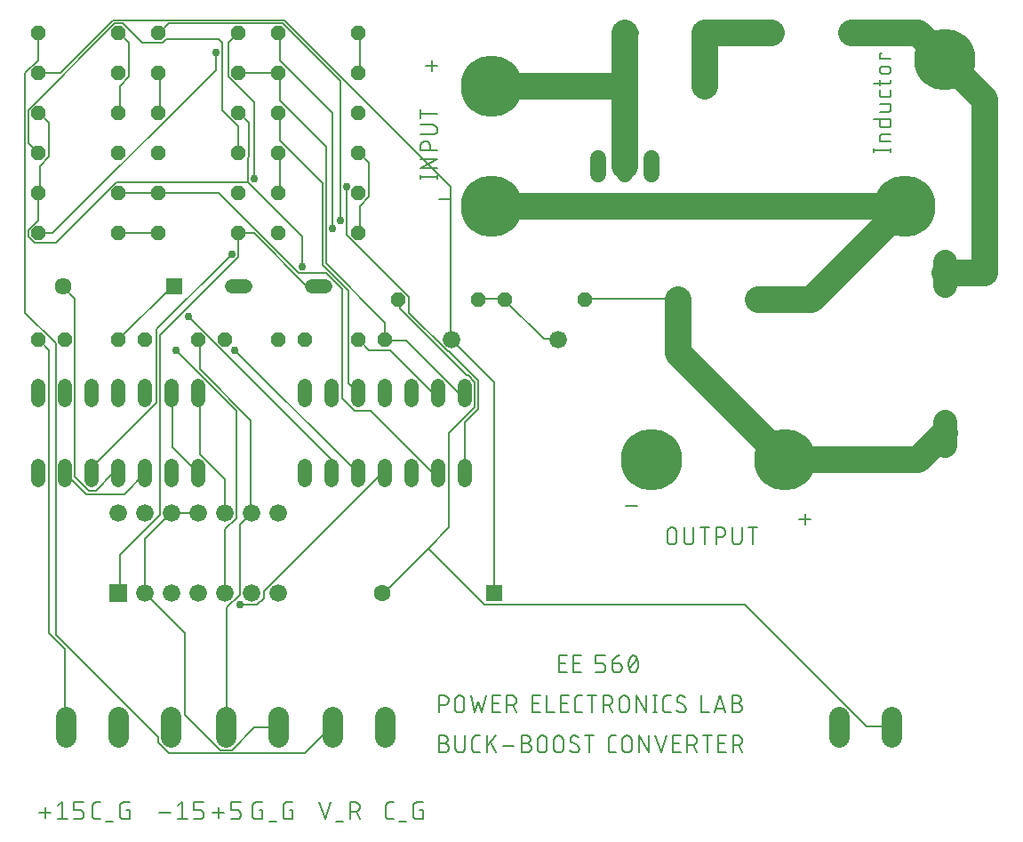
<source format=gbr>
G04 EAGLE Gerber RS-274X export*
G75*
%MOMM*%
%FSLAX34Y34*%
%LPD*%
%INTop Copper*%
%IPPOS*%
%AMOC8*
5,1,8,0,0,1.08239X$1,22.5*%
G01*
%ADD10C,0.152400*%
%ADD11P,1.539592X8X22.500000*%
%ADD12P,1.429621X8X22.500000*%
%ADD13R,1.610000X1.610000*%
%ADD14C,1.610000*%
%ADD15C,1.320800*%
%ADD16C,1.676400*%
%ADD17R,1.600000X1.600000*%
%ADD18C,1.600000*%
%ADD19C,2.247900*%
%ADD20C,5.842000*%
%ADD21C,1.524000*%
%ADD22P,1.429621X8X202.500000*%
%ADD23R,1.676400X1.676400*%
%ADD24C,1.981200*%
%ADD25C,0.756400*%
%ADD26C,2.540000*%


D10*
X51562Y19784D02*
X62399Y19784D01*
X56981Y14365D02*
X56981Y25202D01*
X69138Y26106D02*
X73654Y29718D01*
X73654Y13462D01*
X69138Y13462D02*
X78170Y13462D01*
X84770Y13462D02*
X90188Y13462D01*
X90306Y13464D01*
X90424Y13470D01*
X90542Y13479D01*
X90659Y13493D01*
X90776Y13510D01*
X90893Y13531D01*
X91008Y13556D01*
X91123Y13585D01*
X91237Y13618D01*
X91349Y13654D01*
X91460Y13694D01*
X91570Y13737D01*
X91679Y13784D01*
X91786Y13834D01*
X91891Y13889D01*
X91994Y13946D01*
X92095Y14007D01*
X92195Y14071D01*
X92292Y14138D01*
X92387Y14208D01*
X92479Y14282D01*
X92570Y14358D01*
X92657Y14438D01*
X92742Y14520D01*
X92824Y14605D01*
X92904Y14692D01*
X92980Y14783D01*
X93054Y14875D01*
X93124Y14970D01*
X93191Y15067D01*
X93255Y15167D01*
X93316Y15268D01*
X93373Y15371D01*
X93428Y15476D01*
X93478Y15583D01*
X93525Y15692D01*
X93568Y15802D01*
X93608Y15913D01*
X93644Y16025D01*
X93677Y16139D01*
X93706Y16254D01*
X93731Y16369D01*
X93752Y16486D01*
X93769Y16603D01*
X93783Y16720D01*
X93792Y16838D01*
X93798Y16956D01*
X93800Y17074D01*
X93801Y17074D02*
X93801Y18881D01*
X93800Y18881D02*
X93798Y18999D01*
X93792Y19117D01*
X93783Y19235D01*
X93769Y19352D01*
X93752Y19469D01*
X93731Y19586D01*
X93706Y19701D01*
X93677Y19816D01*
X93644Y19930D01*
X93608Y20042D01*
X93568Y20153D01*
X93525Y20263D01*
X93478Y20372D01*
X93428Y20479D01*
X93373Y20584D01*
X93316Y20687D01*
X93255Y20788D01*
X93191Y20888D01*
X93124Y20985D01*
X93054Y21080D01*
X92980Y21172D01*
X92904Y21263D01*
X92824Y21350D01*
X92742Y21435D01*
X92657Y21517D01*
X92570Y21597D01*
X92479Y21673D01*
X92387Y21747D01*
X92292Y21817D01*
X92195Y21884D01*
X92095Y21948D01*
X91994Y22009D01*
X91891Y22066D01*
X91786Y22121D01*
X91679Y22171D01*
X91570Y22218D01*
X91460Y22261D01*
X91349Y22301D01*
X91237Y22337D01*
X91123Y22370D01*
X91008Y22399D01*
X90893Y22424D01*
X90776Y22445D01*
X90659Y22462D01*
X90542Y22476D01*
X90424Y22485D01*
X90306Y22491D01*
X90188Y22493D01*
X84770Y22493D01*
X84770Y29718D01*
X93801Y29718D01*
X165862Y19784D02*
X176699Y19784D01*
X183438Y26106D02*
X187954Y29718D01*
X187954Y13462D01*
X183438Y13462D02*
X192470Y13462D01*
X199070Y13462D02*
X204488Y13462D01*
X204606Y13464D01*
X204724Y13470D01*
X204842Y13479D01*
X204959Y13493D01*
X205076Y13510D01*
X205193Y13531D01*
X205308Y13556D01*
X205423Y13585D01*
X205537Y13618D01*
X205649Y13654D01*
X205760Y13694D01*
X205870Y13737D01*
X205979Y13784D01*
X206086Y13834D01*
X206191Y13889D01*
X206294Y13946D01*
X206395Y14007D01*
X206495Y14071D01*
X206592Y14138D01*
X206687Y14208D01*
X206779Y14282D01*
X206870Y14358D01*
X206957Y14438D01*
X207042Y14520D01*
X207124Y14605D01*
X207204Y14692D01*
X207280Y14783D01*
X207354Y14875D01*
X207424Y14970D01*
X207491Y15067D01*
X207555Y15167D01*
X207616Y15268D01*
X207673Y15371D01*
X207728Y15476D01*
X207778Y15583D01*
X207825Y15692D01*
X207868Y15802D01*
X207908Y15913D01*
X207944Y16025D01*
X207977Y16139D01*
X208006Y16254D01*
X208031Y16369D01*
X208052Y16486D01*
X208069Y16603D01*
X208083Y16720D01*
X208092Y16838D01*
X208098Y16956D01*
X208100Y17074D01*
X208101Y17074D02*
X208101Y18881D01*
X208100Y18881D02*
X208098Y18999D01*
X208092Y19117D01*
X208083Y19235D01*
X208069Y19352D01*
X208052Y19469D01*
X208031Y19586D01*
X208006Y19701D01*
X207977Y19816D01*
X207944Y19930D01*
X207908Y20042D01*
X207868Y20153D01*
X207825Y20263D01*
X207778Y20372D01*
X207728Y20479D01*
X207673Y20584D01*
X207616Y20687D01*
X207555Y20788D01*
X207491Y20888D01*
X207424Y20985D01*
X207354Y21080D01*
X207280Y21172D01*
X207204Y21263D01*
X207124Y21350D01*
X207042Y21435D01*
X206957Y21517D01*
X206870Y21597D01*
X206779Y21673D01*
X206687Y21747D01*
X206592Y21817D01*
X206495Y21884D01*
X206395Y21948D01*
X206294Y22009D01*
X206191Y22066D01*
X206086Y22121D01*
X205979Y22171D01*
X205870Y22218D01*
X205760Y22261D01*
X205649Y22301D01*
X205537Y22337D01*
X205423Y22370D01*
X205308Y22399D01*
X205193Y22424D01*
X205076Y22445D01*
X204959Y22462D01*
X204842Y22476D01*
X204724Y22485D01*
X204606Y22491D01*
X204488Y22493D01*
X199070Y22493D01*
X199070Y29718D01*
X208101Y29718D01*
X109587Y13462D02*
X105974Y13462D01*
X105856Y13464D01*
X105738Y13470D01*
X105620Y13479D01*
X105503Y13493D01*
X105386Y13510D01*
X105269Y13531D01*
X105154Y13556D01*
X105039Y13585D01*
X104925Y13618D01*
X104813Y13654D01*
X104702Y13694D01*
X104592Y13737D01*
X104483Y13784D01*
X104376Y13834D01*
X104271Y13889D01*
X104168Y13946D01*
X104067Y14007D01*
X103967Y14071D01*
X103870Y14138D01*
X103775Y14208D01*
X103683Y14282D01*
X103592Y14358D01*
X103505Y14438D01*
X103420Y14520D01*
X103338Y14605D01*
X103258Y14692D01*
X103182Y14783D01*
X103108Y14875D01*
X103038Y14970D01*
X102971Y15067D01*
X102907Y15167D01*
X102846Y15268D01*
X102789Y15371D01*
X102734Y15476D01*
X102684Y15583D01*
X102637Y15692D01*
X102594Y15802D01*
X102554Y15913D01*
X102518Y16025D01*
X102485Y16139D01*
X102456Y16254D01*
X102431Y16369D01*
X102410Y16486D01*
X102393Y16603D01*
X102379Y16720D01*
X102370Y16838D01*
X102364Y16956D01*
X102362Y17074D01*
X102362Y26106D01*
X102364Y26224D01*
X102370Y26342D01*
X102379Y26460D01*
X102393Y26577D01*
X102410Y26694D01*
X102431Y26811D01*
X102456Y26926D01*
X102485Y27041D01*
X102518Y27155D01*
X102554Y27267D01*
X102594Y27378D01*
X102637Y27488D01*
X102684Y27597D01*
X102734Y27704D01*
X102788Y27809D01*
X102846Y27912D01*
X102907Y28013D01*
X102971Y28113D01*
X103038Y28210D01*
X103108Y28305D01*
X103182Y28397D01*
X103258Y28488D01*
X103338Y28575D01*
X103420Y28660D01*
X103505Y28742D01*
X103592Y28822D01*
X103683Y28898D01*
X103775Y28972D01*
X103870Y29042D01*
X103967Y29109D01*
X104067Y29173D01*
X104168Y29234D01*
X104271Y29291D01*
X104376Y29345D01*
X104483Y29396D01*
X104592Y29443D01*
X104702Y29486D01*
X104813Y29526D01*
X104925Y29562D01*
X105039Y29595D01*
X105154Y29624D01*
X105269Y29649D01*
X105386Y29670D01*
X105503Y29687D01*
X105620Y29701D01*
X105738Y29710D01*
X105856Y29716D01*
X105974Y29718D01*
X109587Y29718D01*
X114767Y11656D02*
X121992Y11656D01*
X134775Y22493D02*
X137485Y22493D01*
X137485Y13462D01*
X132066Y13462D01*
X131948Y13464D01*
X131830Y13470D01*
X131712Y13479D01*
X131595Y13493D01*
X131478Y13510D01*
X131361Y13531D01*
X131246Y13556D01*
X131131Y13585D01*
X131017Y13618D01*
X130905Y13654D01*
X130794Y13694D01*
X130684Y13737D01*
X130575Y13784D01*
X130468Y13834D01*
X130363Y13889D01*
X130260Y13946D01*
X130159Y14007D01*
X130059Y14071D01*
X129962Y14138D01*
X129867Y14208D01*
X129775Y14282D01*
X129684Y14358D01*
X129597Y14438D01*
X129512Y14520D01*
X129430Y14605D01*
X129350Y14692D01*
X129274Y14783D01*
X129200Y14875D01*
X129130Y14970D01*
X129063Y15067D01*
X128999Y15167D01*
X128938Y15268D01*
X128881Y15371D01*
X128826Y15476D01*
X128776Y15583D01*
X128729Y15692D01*
X128686Y15802D01*
X128646Y15913D01*
X128610Y16025D01*
X128577Y16139D01*
X128548Y16254D01*
X128523Y16369D01*
X128502Y16486D01*
X128485Y16603D01*
X128471Y16720D01*
X128462Y16838D01*
X128456Y16956D01*
X128454Y17074D01*
X128454Y26106D01*
X128456Y26224D01*
X128462Y26342D01*
X128471Y26460D01*
X128485Y26577D01*
X128502Y26694D01*
X128523Y26811D01*
X128548Y26926D01*
X128577Y27041D01*
X128610Y27155D01*
X128646Y27267D01*
X128686Y27378D01*
X128729Y27488D01*
X128776Y27597D01*
X128826Y27704D01*
X128881Y27809D01*
X128938Y27912D01*
X128999Y28013D01*
X129063Y28113D01*
X129130Y28210D01*
X129200Y28305D01*
X129274Y28397D01*
X129350Y28488D01*
X129430Y28575D01*
X129512Y28660D01*
X129597Y28742D01*
X129684Y28822D01*
X129775Y28898D01*
X129867Y28972D01*
X129962Y29042D01*
X130059Y29109D01*
X130159Y29173D01*
X130260Y29234D01*
X130363Y29291D01*
X130468Y29346D01*
X130575Y29396D01*
X130684Y29443D01*
X130794Y29486D01*
X130905Y29526D01*
X131017Y29562D01*
X131131Y29595D01*
X131246Y29624D01*
X131361Y29649D01*
X131478Y29670D01*
X131595Y29687D01*
X131712Y29701D01*
X131830Y29710D01*
X131948Y29716D01*
X132066Y29718D01*
X137485Y29718D01*
X385374Y13462D02*
X388987Y13462D01*
X385374Y13462D02*
X385256Y13464D01*
X385138Y13470D01*
X385020Y13479D01*
X384903Y13493D01*
X384786Y13510D01*
X384669Y13531D01*
X384554Y13556D01*
X384439Y13585D01*
X384325Y13618D01*
X384213Y13654D01*
X384102Y13694D01*
X383992Y13737D01*
X383883Y13784D01*
X383776Y13834D01*
X383671Y13889D01*
X383568Y13946D01*
X383467Y14007D01*
X383367Y14071D01*
X383270Y14138D01*
X383175Y14208D01*
X383083Y14282D01*
X382992Y14358D01*
X382905Y14438D01*
X382820Y14520D01*
X382738Y14605D01*
X382658Y14692D01*
X382582Y14783D01*
X382508Y14875D01*
X382438Y14970D01*
X382371Y15067D01*
X382307Y15167D01*
X382246Y15268D01*
X382189Y15371D01*
X382134Y15476D01*
X382084Y15583D01*
X382037Y15692D01*
X381994Y15802D01*
X381954Y15913D01*
X381918Y16025D01*
X381885Y16139D01*
X381856Y16254D01*
X381831Y16369D01*
X381810Y16486D01*
X381793Y16603D01*
X381779Y16720D01*
X381770Y16838D01*
X381764Y16956D01*
X381762Y17074D01*
X381762Y26106D01*
X381764Y26224D01*
X381770Y26342D01*
X381779Y26460D01*
X381793Y26577D01*
X381810Y26694D01*
X381831Y26811D01*
X381856Y26926D01*
X381885Y27041D01*
X381918Y27155D01*
X381954Y27267D01*
X381994Y27378D01*
X382037Y27488D01*
X382084Y27597D01*
X382134Y27704D01*
X382188Y27809D01*
X382246Y27912D01*
X382307Y28013D01*
X382371Y28113D01*
X382438Y28210D01*
X382508Y28305D01*
X382582Y28397D01*
X382658Y28488D01*
X382738Y28575D01*
X382820Y28660D01*
X382905Y28742D01*
X382992Y28822D01*
X383083Y28898D01*
X383175Y28972D01*
X383270Y29042D01*
X383367Y29109D01*
X383467Y29173D01*
X383568Y29234D01*
X383671Y29291D01*
X383776Y29345D01*
X383883Y29396D01*
X383992Y29443D01*
X384102Y29486D01*
X384213Y29526D01*
X384325Y29562D01*
X384439Y29595D01*
X384554Y29624D01*
X384669Y29649D01*
X384786Y29670D01*
X384903Y29687D01*
X385020Y29701D01*
X385138Y29710D01*
X385256Y29716D01*
X385374Y29718D01*
X388987Y29718D01*
X394167Y11656D02*
X401392Y11656D01*
X414175Y22493D02*
X416885Y22493D01*
X416885Y13462D01*
X411466Y13462D01*
X411348Y13464D01*
X411230Y13470D01*
X411112Y13479D01*
X410995Y13493D01*
X410878Y13510D01*
X410761Y13531D01*
X410646Y13556D01*
X410531Y13585D01*
X410417Y13618D01*
X410305Y13654D01*
X410194Y13694D01*
X410084Y13737D01*
X409975Y13784D01*
X409868Y13834D01*
X409763Y13889D01*
X409660Y13946D01*
X409559Y14007D01*
X409459Y14071D01*
X409362Y14138D01*
X409267Y14208D01*
X409175Y14282D01*
X409084Y14358D01*
X408997Y14438D01*
X408912Y14520D01*
X408830Y14605D01*
X408750Y14692D01*
X408674Y14783D01*
X408600Y14875D01*
X408530Y14970D01*
X408463Y15067D01*
X408399Y15167D01*
X408338Y15268D01*
X408281Y15371D01*
X408226Y15476D01*
X408176Y15583D01*
X408129Y15692D01*
X408086Y15802D01*
X408046Y15913D01*
X408010Y16025D01*
X407977Y16139D01*
X407948Y16254D01*
X407923Y16369D01*
X407902Y16486D01*
X407885Y16603D01*
X407871Y16720D01*
X407862Y16838D01*
X407856Y16956D01*
X407854Y17074D01*
X407854Y26106D01*
X407856Y26224D01*
X407862Y26342D01*
X407871Y26460D01*
X407885Y26577D01*
X407902Y26694D01*
X407923Y26811D01*
X407948Y26926D01*
X407977Y27041D01*
X408010Y27155D01*
X408046Y27267D01*
X408086Y27378D01*
X408129Y27488D01*
X408176Y27597D01*
X408226Y27704D01*
X408280Y27809D01*
X408338Y27912D01*
X408399Y28013D01*
X408463Y28113D01*
X408530Y28210D01*
X408600Y28305D01*
X408674Y28397D01*
X408750Y28488D01*
X408830Y28575D01*
X408912Y28660D01*
X408997Y28742D01*
X409084Y28822D01*
X409175Y28898D01*
X409267Y28972D01*
X409362Y29042D01*
X409459Y29109D01*
X409559Y29173D01*
X409660Y29234D01*
X409763Y29291D01*
X409868Y29345D01*
X409975Y29396D01*
X410084Y29443D01*
X410194Y29486D01*
X410305Y29526D01*
X410417Y29562D01*
X410531Y29595D01*
X410646Y29624D01*
X410761Y29649D01*
X410878Y29670D01*
X410995Y29687D01*
X411112Y29701D01*
X411230Y29710D01*
X411348Y29716D01*
X411466Y29718D01*
X416885Y29718D01*
X263793Y22493D02*
X261084Y22493D01*
X263793Y22493D02*
X263793Y13462D01*
X258374Y13462D01*
X258256Y13464D01*
X258138Y13470D01*
X258020Y13479D01*
X257903Y13493D01*
X257786Y13510D01*
X257669Y13531D01*
X257554Y13556D01*
X257439Y13585D01*
X257325Y13618D01*
X257213Y13654D01*
X257102Y13694D01*
X256992Y13737D01*
X256883Y13784D01*
X256776Y13834D01*
X256671Y13889D01*
X256568Y13946D01*
X256467Y14007D01*
X256367Y14071D01*
X256270Y14138D01*
X256175Y14208D01*
X256083Y14282D01*
X255992Y14358D01*
X255905Y14438D01*
X255820Y14520D01*
X255738Y14605D01*
X255658Y14692D01*
X255582Y14783D01*
X255508Y14875D01*
X255438Y14970D01*
X255371Y15067D01*
X255307Y15167D01*
X255246Y15268D01*
X255189Y15371D01*
X255134Y15476D01*
X255084Y15583D01*
X255037Y15692D01*
X254994Y15802D01*
X254954Y15913D01*
X254918Y16025D01*
X254885Y16139D01*
X254856Y16254D01*
X254831Y16369D01*
X254810Y16486D01*
X254793Y16603D01*
X254779Y16720D01*
X254770Y16838D01*
X254764Y16956D01*
X254762Y17074D01*
X254762Y26106D01*
X254764Y26224D01*
X254770Y26342D01*
X254779Y26460D01*
X254793Y26577D01*
X254810Y26694D01*
X254831Y26811D01*
X254856Y26926D01*
X254885Y27041D01*
X254918Y27155D01*
X254954Y27267D01*
X254994Y27378D01*
X255037Y27488D01*
X255084Y27597D01*
X255134Y27704D01*
X255188Y27809D01*
X255246Y27912D01*
X255307Y28013D01*
X255371Y28113D01*
X255438Y28210D01*
X255508Y28305D01*
X255582Y28397D01*
X255658Y28488D01*
X255738Y28575D01*
X255820Y28660D01*
X255905Y28742D01*
X255992Y28822D01*
X256083Y28898D01*
X256175Y28972D01*
X256270Y29042D01*
X256367Y29109D01*
X256467Y29173D01*
X256568Y29234D01*
X256671Y29291D01*
X256776Y29345D01*
X256883Y29396D01*
X256992Y29443D01*
X257102Y29486D01*
X257213Y29526D01*
X257325Y29562D01*
X257439Y29595D01*
X257554Y29624D01*
X257669Y29649D01*
X257786Y29670D01*
X257903Y29687D01*
X258020Y29701D01*
X258138Y29710D01*
X258256Y29716D01*
X258374Y29718D01*
X263793Y29718D01*
X270254Y11656D02*
X277479Y11656D01*
X290262Y22493D02*
X292971Y22493D01*
X292971Y13462D01*
X287553Y13462D01*
X287435Y13464D01*
X287317Y13470D01*
X287199Y13479D01*
X287082Y13493D01*
X286965Y13510D01*
X286848Y13531D01*
X286733Y13556D01*
X286618Y13585D01*
X286504Y13618D01*
X286392Y13654D01*
X286281Y13694D01*
X286171Y13737D01*
X286062Y13784D01*
X285955Y13834D01*
X285850Y13889D01*
X285747Y13946D01*
X285646Y14007D01*
X285546Y14071D01*
X285449Y14138D01*
X285354Y14208D01*
X285262Y14282D01*
X285171Y14358D01*
X285084Y14438D01*
X284999Y14520D01*
X284917Y14605D01*
X284837Y14692D01*
X284761Y14783D01*
X284687Y14875D01*
X284617Y14970D01*
X284550Y15067D01*
X284486Y15167D01*
X284425Y15268D01*
X284368Y15371D01*
X284313Y15476D01*
X284263Y15583D01*
X284216Y15692D01*
X284173Y15802D01*
X284133Y15913D01*
X284097Y16025D01*
X284064Y16139D01*
X284035Y16254D01*
X284010Y16369D01*
X283989Y16486D01*
X283972Y16603D01*
X283958Y16720D01*
X283949Y16838D01*
X283943Y16956D01*
X283941Y17074D01*
X283940Y17074D02*
X283940Y26106D01*
X283941Y26106D02*
X283943Y26224D01*
X283949Y26342D01*
X283958Y26460D01*
X283972Y26577D01*
X283989Y26694D01*
X284010Y26811D01*
X284035Y26926D01*
X284064Y27041D01*
X284097Y27155D01*
X284133Y27267D01*
X284173Y27378D01*
X284216Y27488D01*
X284263Y27597D01*
X284313Y27704D01*
X284367Y27809D01*
X284425Y27912D01*
X284486Y28013D01*
X284550Y28113D01*
X284617Y28210D01*
X284687Y28305D01*
X284761Y28397D01*
X284837Y28488D01*
X284917Y28575D01*
X284999Y28660D01*
X285084Y28742D01*
X285171Y28822D01*
X285262Y28898D01*
X285354Y28972D01*
X285449Y29042D01*
X285546Y29109D01*
X285646Y29173D01*
X285747Y29234D01*
X285850Y29291D01*
X285955Y29345D01*
X286062Y29396D01*
X286171Y29443D01*
X286281Y29486D01*
X286392Y29526D01*
X286504Y29562D01*
X286618Y29595D01*
X286733Y29624D01*
X286848Y29649D01*
X286965Y29670D01*
X287082Y29687D01*
X287199Y29701D01*
X287317Y29710D01*
X287435Y29716D01*
X287553Y29718D01*
X292971Y29718D01*
X227499Y19784D02*
X216662Y19784D01*
X222081Y25202D02*
X222081Y14365D01*
X234238Y13462D02*
X239657Y13462D01*
X239775Y13464D01*
X239893Y13470D01*
X240011Y13479D01*
X240128Y13493D01*
X240245Y13510D01*
X240362Y13531D01*
X240477Y13556D01*
X240592Y13585D01*
X240706Y13618D01*
X240818Y13654D01*
X240929Y13694D01*
X241039Y13737D01*
X241148Y13784D01*
X241255Y13834D01*
X241360Y13889D01*
X241463Y13946D01*
X241564Y14007D01*
X241664Y14071D01*
X241761Y14138D01*
X241856Y14208D01*
X241948Y14282D01*
X242039Y14358D01*
X242126Y14438D01*
X242211Y14520D01*
X242293Y14605D01*
X242373Y14692D01*
X242449Y14783D01*
X242523Y14875D01*
X242593Y14970D01*
X242660Y15067D01*
X242724Y15167D01*
X242785Y15268D01*
X242842Y15371D01*
X242897Y15476D01*
X242947Y15583D01*
X242994Y15692D01*
X243037Y15802D01*
X243077Y15913D01*
X243113Y16025D01*
X243146Y16139D01*
X243175Y16254D01*
X243200Y16369D01*
X243221Y16486D01*
X243238Y16603D01*
X243252Y16720D01*
X243261Y16838D01*
X243267Y16956D01*
X243269Y17074D01*
X243270Y17074D02*
X243270Y18881D01*
X243269Y18881D02*
X243267Y18999D01*
X243261Y19117D01*
X243252Y19235D01*
X243238Y19352D01*
X243221Y19469D01*
X243200Y19586D01*
X243175Y19701D01*
X243146Y19816D01*
X243113Y19930D01*
X243077Y20042D01*
X243037Y20153D01*
X242994Y20263D01*
X242947Y20372D01*
X242897Y20479D01*
X242842Y20584D01*
X242785Y20687D01*
X242724Y20788D01*
X242660Y20888D01*
X242593Y20985D01*
X242523Y21080D01*
X242449Y21172D01*
X242373Y21263D01*
X242293Y21350D01*
X242211Y21435D01*
X242126Y21517D01*
X242039Y21597D01*
X241948Y21673D01*
X241856Y21747D01*
X241761Y21817D01*
X241664Y21884D01*
X241564Y21948D01*
X241463Y22009D01*
X241360Y22066D01*
X241255Y22121D01*
X241148Y22171D01*
X241039Y22218D01*
X240929Y22261D01*
X240818Y22301D01*
X240706Y22337D01*
X240592Y22370D01*
X240477Y22399D01*
X240362Y22424D01*
X240245Y22445D01*
X240128Y22462D01*
X240011Y22476D01*
X239893Y22485D01*
X239775Y22491D01*
X239657Y22493D01*
X234238Y22493D01*
X234238Y29718D01*
X243270Y29718D01*
X318262Y29718D02*
X323681Y13462D01*
X329099Y29718D01*
X334136Y11656D02*
X341361Y11656D01*
X347914Y13462D02*
X347914Y29718D01*
X352429Y29718D01*
X352562Y29716D01*
X352694Y29710D01*
X352826Y29700D01*
X352958Y29687D01*
X353090Y29669D01*
X353220Y29648D01*
X353351Y29623D01*
X353480Y29594D01*
X353608Y29561D01*
X353736Y29525D01*
X353862Y29485D01*
X353987Y29441D01*
X354111Y29393D01*
X354233Y29342D01*
X354354Y29287D01*
X354473Y29229D01*
X354591Y29167D01*
X354706Y29102D01*
X354820Y29033D01*
X354931Y28962D01*
X355040Y28886D01*
X355147Y28808D01*
X355252Y28727D01*
X355354Y28642D01*
X355454Y28555D01*
X355551Y28465D01*
X355646Y28372D01*
X355737Y28276D01*
X355826Y28178D01*
X355912Y28077D01*
X355995Y27973D01*
X356075Y27867D01*
X356151Y27759D01*
X356225Y27649D01*
X356295Y27536D01*
X356362Y27422D01*
X356425Y27305D01*
X356485Y27187D01*
X356542Y27067D01*
X356595Y26945D01*
X356644Y26822D01*
X356690Y26698D01*
X356732Y26572D01*
X356770Y26445D01*
X356805Y26317D01*
X356836Y26188D01*
X356863Y26059D01*
X356886Y25928D01*
X356906Y25797D01*
X356921Y25665D01*
X356933Y25533D01*
X356941Y25401D01*
X356945Y25268D01*
X356945Y25136D01*
X356941Y25003D01*
X356933Y24871D01*
X356921Y24739D01*
X356906Y24607D01*
X356886Y24476D01*
X356863Y24345D01*
X356836Y24216D01*
X356805Y24087D01*
X356770Y23959D01*
X356732Y23832D01*
X356690Y23706D01*
X356644Y23582D01*
X356595Y23459D01*
X356542Y23337D01*
X356485Y23217D01*
X356425Y23099D01*
X356362Y22982D01*
X356295Y22868D01*
X356225Y22755D01*
X356151Y22645D01*
X356075Y22537D01*
X355995Y22431D01*
X355912Y22327D01*
X355826Y22226D01*
X355737Y22128D01*
X355646Y22032D01*
X355551Y21939D01*
X355454Y21849D01*
X355354Y21762D01*
X355252Y21677D01*
X355147Y21596D01*
X355040Y21518D01*
X354931Y21442D01*
X354820Y21371D01*
X354706Y21302D01*
X354591Y21237D01*
X354473Y21175D01*
X354354Y21117D01*
X354233Y21062D01*
X354111Y21011D01*
X353987Y20963D01*
X353862Y20919D01*
X353736Y20879D01*
X353608Y20843D01*
X353480Y20810D01*
X353351Y20781D01*
X353220Y20756D01*
X353090Y20735D01*
X352958Y20717D01*
X352826Y20704D01*
X352694Y20694D01*
X352562Y20688D01*
X352429Y20686D01*
X352429Y20687D02*
X347914Y20687D01*
X353333Y20687D02*
X356945Y13462D01*
X414782Y624868D02*
X431038Y624868D01*
X431038Y623062D02*
X431038Y626674D01*
X414782Y626674D02*
X414782Y623062D01*
X414782Y633379D02*
X431038Y633379D01*
X431038Y642410D02*
X414782Y633379D01*
X414782Y642410D02*
X431038Y642410D01*
X431038Y650263D02*
X414782Y650263D01*
X414782Y654779D01*
X414784Y654912D01*
X414790Y655044D01*
X414800Y655176D01*
X414813Y655308D01*
X414831Y655440D01*
X414852Y655570D01*
X414877Y655701D01*
X414906Y655830D01*
X414939Y655958D01*
X414975Y656086D01*
X415015Y656212D01*
X415059Y656337D01*
X415107Y656461D01*
X415158Y656583D01*
X415213Y656704D01*
X415271Y656823D01*
X415333Y656941D01*
X415398Y657056D01*
X415467Y657170D01*
X415538Y657281D01*
X415614Y657390D01*
X415692Y657497D01*
X415773Y657602D01*
X415858Y657704D01*
X415945Y657804D01*
X416035Y657901D01*
X416128Y657996D01*
X416224Y658087D01*
X416322Y658176D01*
X416423Y658262D01*
X416527Y658345D01*
X416633Y658425D01*
X416741Y658501D01*
X416851Y658575D01*
X416964Y658645D01*
X417078Y658712D01*
X417195Y658775D01*
X417313Y658835D01*
X417433Y658892D01*
X417555Y658945D01*
X417678Y658994D01*
X417802Y659040D01*
X417928Y659082D01*
X418055Y659120D01*
X418183Y659155D01*
X418312Y659186D01*
X418441Y659213D01*
X418572Y659236D01*
X418703Y659256D01*
X418835Y659271D01*
X418967Y659283D01*
X419099Y659291D01*
X419232Y659295D01*
X419364Y659295D01*
X419497Y659291D01*
X419629Y659283D01*
X419761Y659271D01*
X419893Y659256D01*
X420024Y659236D01*
X420155Y659213D01*
X420284Y659186D01*
X420413Y659155D01*
X420541Y659120D01*
X420668Y659082D01*
X420794Y659040D01*
X420918Y658994D01*
X421041Y658945D01*
X421163Y658892D01*
X421283Y658835D01*
X421401Y658775D01*
X421518Y658712D01*
X421632Y658645D01*
X421745Y658575D01*
X421855Y658501D01*
X421963Y658425D01*
X422069Y658345D01*
X422173Y658262D01*
X422274Y658176D01*
X422372Y658087D01*
X422468Y657996D01*
X422561Y657901D01*
X422651Y657804D01*
X422738Y657704D01*
X422823Y657602D01*
X422904Y657497D01*
X422982Y657390D01*
X423058Y657281D01*
X423129Y657170D01*
X423198Y657056D01*
X423263Y656941D01*
X423325Y656823D01*
X423383Y656704D01*
X423438Y656583D01*
X423489Y656461D01*
X423537Y656337D01*
X423581Y656212D01*
X423621Y656086D01*
X423657Y655958D01*
X423690Y655830D01*
X423719Y655701D01*
X423744Y655570D01*
X423765Y655440D01*
X423783Y655308D01*
X423796Y655176D01*
X423806Y655044D01*
X423812Y654912D01*
X423814Y654779D01*
X423813Y654779D02*
X423813Y650263D01*
X426522Y665683D02*
X414782Y665683D01*
X426522Y665683D02*
X426655Y665685D01*
X426787Y665691D01*
X426919Y665701D01*
X427051Y665714D01*
X427183Y665732D01*
X427313Y665753D01*
X427444Y665778D01*
X427573Y665807D01*
X427701Y665840D01*
X427829Y665876D01*
X427955Y665916D01*
X428080Y665960D01*
X428204Y666008D01*
X428326Y666059D01*
X428447Y666114D01*
X428566Y666172D01*
X428684Y666234D01*
X428799Y666299D01*
X428913Y666368D01*
X429024Y666439D01*
X429133Y666515D01*
X429240Y666593D01*
X429345Y666674D01*
X429447Y666759D01*
X429547Y666846D01*
X429644Y666936D01*
X429739Y667029D01*
X429830Y667125D01*
X429919Y667223D01*
X430005Y667324D01*
X430088Y667428D01*
X430168Y667534D01*
X430244Y667642D01*
X430318Y667752D01*
X430388Y667865D01*
X430455Y667979D01*
X430518Y668096D01*
X430578Y668214D01*
X430635Y668334D01*
X430688Y668456D01*
X430737Y668579D01*
X430783Y668703D01*
X430825Y668829D01*
X430863Y668956D01*
X430898Y669084D01*
X430929Y669213D01*
X430956Y669342D01*
X430979Y669473D01*
X430999Y669604D01*
X431014Y669736D01*
X431026Y669868D01*
X431034Y670000D01*
X431038Y670133D01*
X431038Y670265D01*
X431034Y670398D01*
X431026Y670530D01*
X431014Y670662D01*
X430999Y670794D01*
X430979Y670925D01*
X430956Y671056D01*
X430929Y671185D01*
X430898Y671314D01*
X430863Y671442D01*
X430825Y671569D01*
X430783Y671695D01*
X430737Y671819D01*
X430688Y671942D01*
X430635Y672064D01*
X430578Y672184D01*
X430518Y672302D01*
X430455Y672419D01*
X430388Y672533D01*
X430318Y672646D01*
X430244Y672756D01*
X430168Y672864D01*
X430088Y672970D01*
X430005Y673074D01*
X429919Y673175D01*
X429830Y673273D01*
X429739Y673369D01*
X429644Y673462D01*
X429547Y673552D01*
X429447Y673639D01*
X429345Y673724D01*
X429240Y673805D01*
X429133Y673883D01*
X429024Y673959D01*
X428913Y674030D01*
X428799Y674099D01*
X428684Y674164D01*
X428566Y674226D01*
X428447Y674284D01*
X428326Y674339D01*
X428204Y674390D01*
X428080Y674438D01*
X427955Y674482D01*
X427829Y674522D01*
X427701Y674558D01*
X427573Y674591D01*
X427444Y674620D01*
X427313Y674645D01*
X427183Y674666D01*
X427051Y674684D01*
X426919Y674697D01*
X426787Y674707D01*
X426655Y674713D01*
X426522Y674715D01*
X426522Y674714D02*
X414782Y674714D01*
X414782Y685309D02*
X431038Y685309D01*
X414782Y680794D02*
X414782Y689825D01*
X649693Y286822D02*
X649693Y279598D01*
X649692Y286822D02*
X649694Y286955D01*
X649700Y287087D01*
X649710Y287219D01*
X649723Y287351D01*
X649741Y287483D01*
X649762Y287613D01*
X649787Y287744D01*
X649816Y287873D01*
X649849Y288001D01*
X649885Y288129D01*
X649925Y288255D01*
X649969Y288380D01*
X650017Y288504D01*
X650068Y288626D01*
X650123Y288747D01*
X650181Y288866D01*
X650243Y288984D01*
X650308Y289099D01*
X650377Y289213D01*
X650448Y289324D01*
X650524Y289433D01*
X650602Y289540D01*
X650683Y289645D01*
X650768Y289747D01*
X650855Y289847D01*
X650945Y289944D01*
X651038Y290039D01*
X651134Y290130D01*
X651232Y290219D01*
X651333Y290305D01*
X651437Y290388D01*
X651543Y290468D01*
X651651Y290544D01*
X651761Y290618D01*
X651874Y290688D01*
X651988Y290755D01*
X652105Y290818D01*
X652223Y290878D01*
X652343Y290935D01*
X652465Y290988D01*
X652588Y291037D01*
X652712Y291083D01*
X652838Y291125D01*
X652965Y291163D01*
X653093Y291198D01*
X653222Y291229D01*
X653351Y291256D01*
X653482Y291279D01*
X653613Y291299D01*
X653745Y291314D01*
X653877Y291326D01*
X654009Y291334D01*
X654142Y291338D01*
X654274Y291338D01*
X654407Y291334D01*
X654539Y291326D01*
X654671Y291314D01*
X654803Y291299D01*
X654934Y291279D01*
X655065Y291256D01*
X655194Y291229D01*
X655323Y291198D01*
X655451Y291163D01*
X655578Y291125D01*
X655704Y291083D01*
X655828Y291037D01*
X655951Y290988D01*
X656073Y290935D01*
X656193Y290878D01*
X656311Y290818D01*
X656428Y290755D01*
X656542Y290688D01*
X656655Y290618D01*
X656765Y290544D01*
X656873Y290468D01*
X656979Y290388D01*
X657083Y290305D01*
X657184Y290219D01*
X657282Y290130D01*
X657378Y290039D01*
X657471Y289944D01*
X657561Y289847D01*
X657648Y289747D01*
X657733Y289645D01*
X657814Y289540D01*
X657892Y289433D01*
X657968Y289324D01*
X658039Y289213D01*
X658108Y289099D01*
X658173Y288984D01*
X658235Y288866D01*
X658293Y288747D01*
X658348Y288626D01*
X658399Y288504D01*
X658447Y288380D01*
X658491Y288255D01*
X658531Y288129D01*
X658567Y288001D01*
X658600Y287873D01*
X658629Y287744D01*
X658654Y287613D01*
X658675Y287483D01*
X658693Y287351D01*
X658706Y287219D01*
X658716Y287087D01*
X658722Y286955D01*
X658724Y286822D01*
X658724Y279598D01*
X658722Y279465D01*
X658716Y279333D01*
X658706Y279201D01*
X658693Y279069D01*
X658675Y278937D01*
X658654Y278807D01*
X658629Y278676D01*
X658600Y278547D01*
X658567Y278419D01*
X658531Y278291D01*
X658491Y278165D01*
X658447Y278040D01*
X658399Y277916D01*
X658348Y277794D01*
X658293Y277673D01*
X658235Y277554D01*
X658173Y277436D01*
X658108Y277321D01*
X658039Y277207D01*
X657968Y277096D01*
X657892Y276987D01*
X657814Y276880D01*
X657733Y276775D01*
X657648Y276673D01*
X657561Y276573D01*
X657471Y276476D01*
X657378Y276381D01*
X657282Y276290D01*
X657184Y276201D01*
X657083Y276115D01*
X656979Y276032D01*
X656873Y275952D01*
X656765Y275876D01*
X656655Y275802D01*
X656542Y275732D01*
X656428Y275665D01*
X656311Y275602D01*
X656193Y275542D01*
X656073Y275485D01*
X655951Y275432D01*
X655828Y275383D01*
X655704Y275337D01*
X655578Y275295D01*
X655451Y275257D01*
X655323Y275222D01*
X655194Y275191D01*
X655065Y275164D01*
X654934Y275141D01*
X654803Y275121D01*
X654671Y275106D01*
X654539Y275094D01*
X654407Y275086D01*
X654274Y275082D01*
X654142Y275082D01*
X654009Y275086D01*
X653877Y275094D01*
X653745Y275106D01*
X653613Y275121D01*
X653482Y275141D01*
X653351Y275164D01*
X653222Y275191D01*
X653093Y275222D01*
X652965Y275257D01*
X652838Y275295D01*
X652712Y275337D01*
X652588Y275383D01*
X652465Y275432D01*
X652343Y275485D01*
X652223Y275542D01*
X652105Y275602D01*
X651988Y275665D01*
X651874Y275732D01*
X651761Y275802D01*
X651651Y275876D01*
X651543Y275952D01*
X651437Y276032D01*
X651333Y276115D01*
X651232Y276201D01*
X651134Y276290D01*
X651038Y276381D01*
X650945Y276476D01*
X650855Y276573D01*
X650768Y276673D01*
X650683Y276775D01*
X650602Y276880D01*
X650524Y276987D01*
X650448Y277096D01*
X650377Y277207D01*
X650308Y277321D01*
X650243Y277436D01*
X650181Y277554D01*
X650123Y277673D01*
X650068Y277794D01*
X650017Y277916D01*
X649969Y278040D01*
X649925Y278165D01*
X649885Y278291D01*
X649849Y278419D01*
X649816Y278547D01*
X649787Y278676D01*
X649762Y278807D01*
X649741Y278937D01*
X649723Y279069D01*
X649710Y279201D01*
X649700Y279333D01*
X649694Y279465D01*
X649692Y279598D01*
X665845Y279598D02*
X665845Y291338D01*
X665845Y279598D02*
X665847Y279465D01*
X665853Y279333D01*
X665863Y279201D01*
X665876Y279069D01*
X665894Y278937D01*
X665915Y278807D01*
X665940Y278676D01*
X665969Y278547D01*
X666002Y278419D01*
X666038Y278291D01*
X666078Y278165D01*
X666122Y278040D01*
X666170Y277916D01*
X666221Y277794D01*
X666276Y277673D01*
X666334Y277554D01*
X666396Y277436D01*
X666461Y277321D01*
X666530Y277207D01*
X666601Y277096D01*
X666677Y276987D01*
X666755Y276880D01*
X666836Y276775D01*
X666921Y276673D01*
X667008Y276573D01*
X667098Y276476D01*
X667191Y276381D01*
X667287Y276290D01*
X667385Y276201D01*
X667486Y276115D01*
X667590Y276032D01*
X667696Y275952D01*
X667804Y275876D01*
X667914Y275802D01*
X668027Y275732D01*
X668141Y275665D01*
X668258Y275602D01*
X668376Y275542D01*
X668496Y275485D01*
X668618Y275432D01*
X668741Y275383D01*
X668865Y275337D01*
X668991Y275295D01*
X669118Y275257D01*
X669246Y275222D01*
X669375Y275191D01*
X669504Y275164D01*
X669635Y275141D01*
X669766Y275121D01*
X669898Y275106D01*
X670030Y275094D01*
X670162Y275086D01*
X670295Y275082D01*
X670427Y275082D01*
X670560Y275086D01*
X670692Y275094D01*
X670824Y275106D01*
X670956Y275121D01*
X671087Y275141D01*
X671218Y275164D01*
X671347Y275191D01*
X671476Y275222D01*
X671604Y275257D01*
X671731Y275295D01*
X671857Y275337D01*
X671981Y275383D01*
X672104Y275432D01*
X672226Y275485D01*
X672346Y275542D01*
X672464Y275602D01*
X672581Y275665D01*
X672695Y275732D01*
X672808Y275802D01*
X672918Y275876D01*
X673026Y275952D01*
X673132Y276032D01*
X673236Y276115D01*
X673337Y276201D01*
X673435Y276290D01*
X673531Y276381D01*
X673624Y276476D01*
X673714Y276573D01*
X673801Y276673D01*
X673886Y276775D01*
X673967Y276880D01*
X674045Y276987D01*
X674121Y277096D01*
X674192Y277207D01*
X674261Y277321D01*
X674326Y277436D01*
X674388Y277554D01*
X674446Y277673D01*
X674501Y277794D01*
X674552Y277916D01*
X674600Y278040D01*
X674644Y278165D01*
X674684Y278291D01*
X674720Y278419D01*
X674753Y278547D01*
X674782Y278676D01*
X674807Y278807D01*
X674828Y278937D01*
X674846Y279069D01*
X674859Y279201D01*
X674869Y279333D01*
X674875Y279465D01*
X674877Y279598D01*
X674876Y279598D02*
X674876Y291338D01*
X685471Y291338D02*
X685471Y275082D01*
X680955Y291338D02*
X689986Y291338D01*
X696276Y291338D02*
X696276Y275082D01*
X696276Y291338D02*
X700792Y291338D01*
X700925Y291336D01*
X701057Y291330D01*
X701189Y291320D01*
X701321Y291307D01*
X701453Y291289D01*
X701583Y291268D01*
X701714Y291243D01*
X701843Y291214D01*
X701971Y291181D01*
X702099Y291145D01*
X702225Y291105D01*
X702350Y291061D01*
X702474Y291013D01*
X702596Y290962D01*
X702717Y290907D01*
X702836Y290849D01*
X702954Y290787D01*
X703069Y290722D01*
X703183Y290653D01*
X703294Y290582D01*
X703403Y290506D01*
X703510Y290428D01*
X703615Y290347D01*
X703717Y290262D01*
X703817Y290175D01*
X703914Y290085D01*
X704009Y289992D01*
X704100Y289896D01*
X704189Y289798D01*
X704275Y289697D01*
X704358Y289593D01*
X704438Y289487D01*
X704514Y289379D01*
X704588Y289269D01*
X704658Y289156D01*
X704725Y289042D01*
X704788Y288925D01*
X704848Y288807D01*
X704905Y288687D01*
X704958Y288565D01*
X705007Y288442D01*
X705053Y288318D01*
X705095Y288192D01*
X705133Y288065D01*
X705168Y287937D01*
X705199Y287808D01*
X705226Y287679D01*
X705249Y287548D01*
X705269Y287417D01*
X705284Y287285D01*
X705296Y287153D01*
X705304Y287021D01*
X705308Y286888D01*
X705308Y286756D01*
X705304Y286623D01*
X705296Y286491D01*
X705284Y286359D01*
X705269Y286227D01*
X705249Y286096D01*
X705226Y285965D01*
X705199Y285836D01*
X705168Y285707D01*
X705133Y285579D01*
X705095Y285452D01*
X705053Y285326D01*
X705007Y285202D01*
X704958Y285079D01*
X704905Y284957D01*
X704848Y284837D01*
X704788Y284719D01*
X704725Y284602D01*
X704658Y284488D01*
X704588Y284375D01*
X704514Y284265D01*
X704438Y284157D01*
X704358Y284051D01*
X704275Y283947D01*
X704189Y283846D01*
X704100Y283748D01*
X704009Y283652D01*
X703914Y283559D01*
X703817Y283469D01*
X703717Y283382D01*
X703615Y283297D01*
X703510Y283216D01*
X703403Y283138D01*
X703294Y283062D01*
X703183Y282991D01*
X703069Y282922D01*
X702954Y282857D01*
X702836Y282795D01*
X702717Y282737D01*
X702596Y282682D01*
X702474Y282631D01*
X702350Y282583D01*
X702225Y282539D01*
X702099Y282499D01*
X701971Y282463D01*
X701843Y282430D01*
X701714Y282401D01*
X701583Y282376D01*
X701453Y282355D01*
X701321Y282337D01*
X701189Y282324D01*
X701057Y282314D01*
X700925Y282308D01*
X700792Y282306D01*
X700792Y282307D02*
X696276Y282307D01*
X711697Y279598D02*
X711697Y291338D01*
X711696Y279598D02*
X711698Y279465D01*
X711704Y279333D01*
X711714Y279201D01*
X711727Y279069D01*
X711745Y278937D01*
X711766Y278807D01*
X711791Y278676D01*
X711820Y278547D01*
X711853Y278419D01*
X711889Y278291D01*
X711929Y278165D01*
X711973Y278040D01*
X712021Y277916D01*
X712072Y277794D01*
X712127Y277673D01*
X712185Y277554D01*
X712247Y277436D01*
X712312Y277321D01*
X712381Y277207D01*
X712452Y277096D01*
X712528Y276987D01*
X712606Y276880D01*
X712687Y276775D01*
X712772Y276673D01*
X712859Y276573D01*
X712949Y276476D01*
X713042Y276381D01*
X713138Y276290D01*
X713236Y276201D01*
X713337Y276115D01*
X713441Y276032D01*
X713547Y275952D01*
X713655Y275876D01*
X713765Y275802D01*
X713878Y275732D01*
X713992Y275665D01*
X714109Y275602D01*
X714227Y275542D01*
X714347Y275485D01*
X714469Y275432D01*
X714592Y275383D01*
X714716Y275337D01*
X714842Y275295D01*
X714969Y275257D01*
X715097Y275222D01*
X715226Y275191D01*
X715355Y275164D01*
X715486Y275141D01*
X715617Y275121D01*
X715749Y275106D01*
X715881Y275094D01*
X716013Y275086D01*
X716146Y275082D01*
X716278Y275082D01*
X716411Y275086D01*
X716543Y275094D01*
X716675Y275106D01*
X716807Y275121D01*
X716938Y275141D01*
X717069Y275164D01*
X717198Y275191D01*
X717327Y275222D01*
X717455Y275257D01*
X717582Y275295D01*
X717708Y275337D01*
X717832Y275383D01*
X717955Y275432D01*
X718077Y275485D01*
X718197Y275542D01*
X718315Y275602D01*
X718432Y275665D01*
X718546Y275732D01*
X718659Y275802D01*
X718769Y275876D01*
X718877Y275952D01*
X718983Y276032D01*
X719087Y276115D01*
X719188Y276201D01*
X719286Y276290D01*
X719382Y276381D01*
X719475Y276476D01*
X719565Y276573D01*
X719652Y276673D01*
X719737Y276775D01*
X719818Y276880D01*
X719896Y276987D01*
X719972Y277096D01*
X720043Y277207D01*
X720112Y277321D01*
X720177Y277436D01*
X720239Y277554D01*
X720297Y277673D01*
X720352Y277794D01*
X720403Y277916D01*
X720451Y278040D01*
X720495Y278165D01*
X720535Y278291D01*
X720571Y278419D01*
X720604Y278547D01*
X720633Y278676D01*
X720658Y278807D01*
X720679Y278937D01*
X720697Y279069D01*
X720710Y279201D01*
X720720Y279333D01*
X720726Y279465D01*
X720728Y279598D01*
X720728Y291338D01*
X731322Y291338D02*
X731322Y275082D01*
X726807Y291338D02*
X735838Y291338D01*
X775462Y299184D02*
X786299Y299184D01*
X780881Y293765D02*
X780881Y304602D01*
X621199Y311884D02*
X610362Y311884D01*
X443399Y603984D02*
X432562Y603984D01*
X430699Y730984D02*
X419862Y730984D01*
X425281Y736402D02*
X425281Y725565D01*
X846582Y650268D02*
X862838Y650268D01*
X862838Y648462D02*
X862838Y652074D01*
X846582Y652074D02*
X846582Y648462D01*
X852001Y658640D02*
X862838Y658640D01*
X852001Y658640D02*
X852001Y663155D01*
X852003Y663259D01*
X852009Y663362D01*
X852019Y663466D01*
X852033Y663569D01*
X852051Y663671D01*
X852072Y663772D01*
X852098Y663873D01*
X852127Y663972D01*
X852160Y664071D01*
X852197Y664168D01*
X852238Y664263D01*
X852282Y664357D01*
X852330Y664449D01*
X852381Y664539D01*
X852436Y664628D01*
X852494Y664714D01*
X852556Y664797D01*
X852620Y664879D01*
X852688Y664957D01*
X852758Y665033D01*
X852831Y665107D01*
X852908Y665177D01*
X852986Y665245D01*
X853068Y665309D01*
X853151Y665371D01*
X853237Y665429D01*
X853326Y665484D01*
X853416Y665535D01*
X853508Y665583D01*
X853602Y665627D01*
X853697Y665668D01*
X853794Y665705D01*
X853893Y665738D01*
X853992Y665767D01*
X854093Y665793D01*
X854194Y665814D01*
X854296Y665832D01*
X854399Y665846D01*
X854503Y665856D01*
X854606Y665862D01*
X854710Y665864D01*
X854710Y665865D02*
X862838Y665865D01*
X862838Y679859D02*
X846582Y679859D01*
X862838Y679859D02*
X862838Y675344D01*
X862836Y675243D01*
X862830Y675142D01*
X862821Y675041D01*
X862808Y674940D01*
X862791Y674840D01*
X862770Y674741D01*
X862746Y674643D01*
X862718Y674546D01*
X862686Y674449D01*
X862651Y674354D01*
X862612Y674261D01*
X862570Y674169D01*
X862524Y674078D01*
X862475Y673990D01*
X862423Y673903D01*
X862367Y673818D01*
X862309Y673735D01*
X862247Y673655D01*
X862182Y673577D01*
X862115Y673501D01*
X862045Y673428D01*
X861972Y673358D01*
X861896Y673291D01*
X861818Y673226D01*
X861738Y673164D01*
X861655Y673106D01*
X861570Y673050D01*
X861484Y672998D01*
X861395Y672949D01*
X861304Y672903D01*
X861212Y672861D01*
X861119Y672822D01*
X861024Y672787D01*
X860927Y672755D01*
X860830Y672727D01*
X860732Y672703D01*
X860633Y672682D01*
X860533Y672665D01*
X860432Y672652D01*
X860331Y672643D01*
X860230Y672637D01*
X860129Y672635D01*
X854710Y672635D01*
X854609Y672637D01*
X854508Y672643D01*
X854407Y672652D01*
X854306Y672665D01*
X854206Y672682D01*
X854107Y672703D01*
X854009Y672727D01*
X853912Y672755D01*
X853815Y672787D01*
X853720Y672822D01*
X853627Y672861D01*
X853535Y672903D01*
X853444Y672949D01*
X853356Y672998D01*
X853269Y673050D01*
X853184Y673106D01*
X853101Y673164D01*
X853021Y673226D01*
X852943Y673291D01*
X852867Y673358D01*
X852794Y673428D01*
X852724Y673501D01*
X852657Y673577D01*
X852592Y673655D01*
X852530Y673735D01*
X852472Y673818D01*
X852416Y673903D01*
X852364Y673990D01*
X852315Y674078D01*
X852269Y674169D01*
X852227Y674261D01*
X852188Y674354D01*
X852153Y674449D01*
X852121Y674546D01*
X852093Y674643D01*
X852069Y674741D01*
X852048Y674840D01*
X852031Y674940D01*
X852018Y675041D01*
X852009Y675142D01*
X852003Y675243D01*
X852001Y675344D01*
X852001Y679859D01*
X852001Y687297D02*
X860129Y687297D01*
X860230Y687299D01*
X860331Y687305D01*
X860432Y687314D01*
X860533Y687327D01*
X860633Y687344D01*
X860732Y687365D01*
X860830Y687389D01*
X860927Y687417D01*
X861024Y687449D01*
X861119Y687484D01*
X861212Y687523D01*
X861304Y687565D01*
X861395Y687611D01*
X861484Y687660D01*
X861570Y687712D01*
X861655Y687768D01*
X861738Y687826D01*
X861818Y687888D01*
X861896Y687953D01*
X861972Y688020D01*
X862045Y688090D01*
X862115Y688163D01*
X862182Y688239D01*
X862247Y688317D01*
X862309Y688397D01*
X862367Y688480D01*
X862423Y688565D01*
X862475Y688652D01*
X862524Y688740D01*
X862570Y688831D01*
X862612Y688923D01*
X862651Y689016D01*
X862686Y689111D01*
X862718Y689208D01*
X862746Y689305D01*
X862770Y689403D01*
X862791Y689502D01*
X862808Y689602D01*
X862821Y689703D01*
X862830Y689804D01*
X862836Y689905D01*
X862838Y690006D01*
X862838Y694522D01*
X852001Y694522D01*
X862838Y704092D02*
X862838Y707704D01*
X862838Y704092D02*
X862836Y703991D01*
X862830Y703890D01*
X862821Y703789D01*
X862808Y703688D01*
X862791Y703588D01*
X862770Y703489D01*
X862746Y703391D01*
X862718Y703294D01*
X862686Y703197D01*
X862651Y703102D01*
X862612Y703009D01*
X862570Y702917D01*
X862524Y702826D01*
X862475Y702738D01*
X862423Y702651D01*
X862367Y702566D01*
X862309Y702483D01*
X862247Y702403D01*
X862182Y702325D01*
X862115Y702249D01*
X862045Y702176D01*
X861972Y702106D01*
X861896Y702039D01*
X861818Y701974D01*
X861738Y701912D01*
X861655Y701854D01*
X861570Y701798D01*
X861484Y701746D01*
X861395Y701697D01*
X861304Y701651D01*
X861212Y701609D01*
X861119Y701570D01*
X861024Y701535D01*
X860927Y701503D01*
X860830Y701475D01*
X860732Y701451D01*
X860633Y701430D01*
X860533Y701413D01*
X860432Y701400D01*
X860331Y701391D01*
X860230Y701385D01*
X860129Y701383D01*
X854710Y701383D01*
X854609Y701385D01*
X854508Y701391D01*
X854407Y701400D01*
X854306Y701413D01*
X854206Y701430D01*
X854107Y701451D01*
X854009Y701475D01*
X853912Y701503D01*
X853815Y701535D01*
X853720Y701570D01*
X853627Y701609D01*
X853535Y701651D01*
X853444Y701697D01*
X853356Y701746D01*
X853269Y701798D01*
X853184Y701854D01*
X853101Y701912D01*
X853021Y701974D01*
X852943Y702039D01*
X852867Y702106D01*
X852794Y702176D01*
X852724Y702249D01*
X852657Y702325D01*
X852592Y702403D01*
X852530Y702483D01*
X852472Y702566D01*
X852416Y702651D01*
X852364Y702738D01*
X852315Y702826D01*
X852269Y702917D01*
X852227Y703009D01*
X852188Y703102D01*
X852153Y703197D01*
X852121Y703294D01*
X852093Y703391D01*
X852069Y703489D01*
X852048Y703588D01*
X852031Y703688D01*
X852018Y703789D01*
X852009Y703890D01*
X852003Y703991D01*
X852001Y704092D01*
X852001Y707704D01*
X852001Y712052D02*
X852001Y717470D01*
X846582Y713858D02*
X860129Y713858D01*
X860230Y713860D01*
X860331Y713866D01*
X860432Y713875D01*
X860533Y713888D01*
X860633Y713905D01*
X860732Y713926D01*
X860830Y713950D01*
X860927Y713978D01*
X861024Y714010D01*
X861119Y714045D01*
X861212Y714084D01*
X861304Y714126D01*
X861395Y714172D01*
X861484Y714221D01*
X861570Y714273D01*
X861655Y714329D01*
X861738Y714387D01*
X861818Y714449D01*
X861896Y714514D01*
X861972Y714581D01*
X862045Y714651D01*
X862115Y714724D01*
X862182Y714800D01*
X862247Y714878D01*
X862309Y714958D01*
X862367Y715041D01*
X862423Y715126D01*
X862475Y715213D01*
X862524Y715301D01*
X862570Y715392D01*
X862612Y715484D01*
X862651Y715577D01*
X862686Y715672D01*
X862718Y715769D01*
X862746Y715866D01*
X862770Y715964D01*
X862791Y716063D01*
X862808Y716163D01*
X862821Y716264D01*
X862830Y716365D01*
X862836Y716466D01*
X862838Y716567D01*
X862838Y717470D01*
X859226Y723249D02*
X855613Y723249D01*
X855494Y723251D01*
X855374Y723257D01*
X855255Y723267D01*
X855137Y723281D01*
X855018Y723298D01*
X854901Y723320D01*
X854784Y723345D01*
X854669Y723375D01*
X854554Y723408D01*
X854440Y723445D01*
X854328Y723485D01*
X854217Y723530D01*
X854108Y723578D01*
X854000Y723629D01*
X853894Y723684D01*
X853790Y723743D01*
X853688Y723805D01*
X853588Y723870D01*
X853490Y723939D01*
X853394Y724011D01*
X853301Y724086D01*
X853211Y724163D01*
X853123Y724244D01*
X853038Y724328D01*
X852956Y724415D01*
X852876Y724504D01*
X852800Y724596D01*
X852726Y724690D01*
X852656Y724787D01*
X852589Y724885D01*
X852525Y724986D01*
X852465Y725090D01*
X852408Y725195D01*
X852355Y725302D01*
X852305Y725410D01*
X852259Y725520D01*
X852217Y725632D01*
X852178Y725745D01*
X852143Y725859D01*
X852112Y725974D01*
X852084Y726091D01*
X852061Y726208D01*
X852041Y726325D01*
X852025Y726444D01*
X852013Y726563D01*
X852005Y726682D01*
X852001Y726801D01*
X852001Y726921D01*
X852005Y727040D01*
X852013Y727159D01*
X852025Y727278D01*
X852041Y727397D01*
X852061Y727514D01*
X852084Y727631D01*
X852112Y727748D01*
X852143Y727863D01*
X852178Y727977D01*
X852217Y728090D01*
X852259Y728202D01*
X852305Y728312D01*
X852355Y728420D01*
X852408Y728527D01*
X852465Y728632D01*
X852525Y728736D01*
X852589Y728837D01*
X852656Y728935D01*
X852726Y729032D01*
X852800Y729126D01*
X852876Y729218D01*
X852956Y729307D01*
X853038Y729394D01*
X853123Y729478D01*
X853211Y729559D01*
X853301Y729636D01*
X853394Y729711D01*
X853490Y729783D01*
X853588Y729852D01*
X853688Y729917D01*
X853790Y729979D01*
X853894Y730038D01*
X854000Y730093D01*
X854108Y730144D01*
X854217Y730192D01*
X854328Y730237D01*
X854440Y730277D01*
X854554Y730314D01*
X854669Y730347D01*
X854784Y730377D01*
X854901Y730402D01*
X855018Y730424D01*
X855137Y730441D01*
X855255Y730455D01*
X855374Y730465D01*
X855494Y730471D01*
X855613Y730473D01*
X855613Y730474D02*
X859226Y730474D01*
X859226Y730473D02*
X859345Y730471D01*
X859465Y730465D01*
X859584Y730455D01*
X859702Y730441D01*
X859821Y730424D01*
X859938Y730402D01*
X860055Y730377D01*
X860170Y730347D01*
X860285Y730314D01*
X860399Y730277D01*
X860511Y730237D01*
X860622Y730192D01*
X860731Y730144D01*
X860839Y730093D01*
X860945Y730038D01*
X861049Y729979D01*
X861151Y729917D01*
X861251Y729852D01*
X861349Y729783D01*
X861445Y729711D01*
X861538Y729636D01*
X861628Y729559D01*
X861716Y729478D01*
X861801Y729394D01*
X861883Y729307D01*
X861963Y729218D01*
X862039Y729126D01*
X862113Y729032D01*
X862183Y728935D01*
X862250Y728837D01*
X862314Y728736D01*
X862374Y728632D01*
X862431Y728527D01*
X862484Y728420D01*
X862534Y728312D01*
X862580Y728202D01*
X862622Y728090D01*
X862661Y727977D01*
X862696Y727863D01*
X862727Y727748D01*
X862755Y727631D01*
X862778Y727514D01*
X862798Y727397D01*
X862814Y727278D01*
X862826Y727159D01*
X862834Y727040D01*
X862838Y726921D01*
X862838Y726801D01*
X862834Y726682D01*
X862826Y726563D01*
X862814Y726444D01*
X862798Y726325D01*
X862778Y726208D01*
X862755Y726091D01*
X862727Y725974D01*
X862696Y725859D01*
X862661Y725745D01*
X862622Y725632D01*
X862580Y725520D01*
X862534Y725410D01*
X862484Y725302D01*
X862431Y725195D01*
X862374Y725090D01*
X862314Y724986D01*
X862250Y724885D01*
X862183Y724787D01*
X862113Y724690D01*
X862039Y724596D01*
X861963Y724504D01*
X861883Y724415D01*
X861801Y724328D01*
X861716Y724244D01*
X861628Y724163D01*
X861538Y724086D01*
X861445Y724011D01*
X861349Y723939D01*
X861251Y723870D01*
X861151Y723805D01*
X861049Y723743D01*
X860945Y723684D01*
X860839Y723629D01*
X860731Y723578D01*
X860622Y723530D01*
X860511Y723485D01*
X860399Y723445D01*
X860285Y723408D01*
X860170Y723375D01*
X860055Y723345D01*
X859938Y723320D01*
X859821Y723298D01*
X859702Y723281D01*
X859584Y723267D01*
X859465Y723257D01*
X859345Y723251D01*
X859226Y723249D01*
X862838Y737402D02*
X852001Y737402D01*
X852001Y742820D01*
X853807Y742820D01*
X554087Y153162D02*
X546862Y153162D01*
X546862Y169418D01*
X554087Y169418D01*
X552281Y162193D02*
X546862Y162193D01*
X560409Y153162D02*
X567634Y153162D01*
X560409Y153162D02*
X560409Y169418D01*
X567634Y169418D01*
X565828Y162193D02*
X560409Y162193D01*
X581742Y153162D02*
X587161Y153162D01*
X587279Y153164D01*
X587397Y153170D01*
X587515Y153179D01*
X587632Y153193D01*
X587749Y153210D01*
X587866Y153231D01*
X587981Y153256D01*
X588096Y153285D01*
X588210Y153318D01*
X588322Y153354D01*
X588433Y153394D01*
X588543Y153437D01*
X588652Y153484D01*
X588759Y153534D01*
X588864Y153589D01*
X588967Y153646D01*
X589068Y153707D01*
X589168Y153771D01*
X589265Y153838D01*
X589360Y153908D01*
X589452Y153982D01*
X589543Y154058D01*
X589630Y154138D01*
X589715Y154220D01*
X589797Y154305D01*
X589877Y154392D01*
X589953Y154483D01*
X590027Y154575D01*
X590097Y154670D01*
X590164Y154767D01*
X590228Y154867D01*
X590289Y154968D01*
X590346Y155071D01*
X590401Y155176D01*
X590451Y155283D01*
X590498Y155392D01*
X590541Y155502D01*
X590581Y155613D01*
X590617Y155725D01*
X590650Y155839D01*
X590679Y155954D01*
X590704Y156069D01*
X590725Y156186D01*
X590742Y156303D01*
X590756Y156420D01*
X590765Y156538D01*
X590771Y156656D01*
X590773Y156774D01*
X590773Y158581D01*
X590771Y158699D01*
X590765Y158817D01*
X590756Y158935D01*
X590742Y159052D01*
X590725Y159169D01*
X590704Y159286D01*
X590679Y159401D01*
X590650Y159516D01*
X590617Y159630D01*
X590581Y159742D01*
X590541Y159853D01*
X590498Y159963D01*
X590451Y160072D01*
X590401Y160179D01*
X590346Y160284D01*
X590289Y160387D01*
X590228Y160488D01*
X590164Y160588D01*
X590097Y160685D01*
X590027Y160780D01*
X589953Y160872D01*
X589877Y160963D01*
X589797Y161050D01*
X589715Y161135D01*
X589630Y161217D01*
X589543Y161297D01*
X589452Y161373D01*
X589360Y161447D01*
X589265Y161517D01*
X589168Y161584D01*
X589068Y161648D01*
X588967Y161709D01*
X588864Y161766D01*
X588759Y161821D01*
X588652Y161871D01*
X588543Y161918D01*
X588433Y161961D01*
X588322Y162001D01*
X588210Y162037D01*
X588096Y162070D01*
X587981Y162099D01*
X587866Y162124D01*
X587749Y162145D01*
X587632Y162162D01*
X587515Y162176D01*
X587397Y162185D01*
X587279Y162191D01*
X587161Y162193D01*
X581742Y162193D01*
X581742Y169418D01*
X590773Y169418D01*
X597373Y162193D02*
X602792Y162193D01*
X602910Y162191D01*
X603028Y162185D01*
X603146Y162176D01*
X603263Y162162D01*
X603380Y162145D01*
X603497Y162124D01*
X603612Y162099D01*
X603727Y162070D01*
X603841Y162037D01*
X603953Y162001D01*
X604064Y161961D01*
X604174Y161918D01*
X604283Y161871D01*
X604390Y161821D01*
X604495Y161766D01*
X604598Y161709D01*
X604699Y161648D01*
X604799Y161584D01*
X604896Y161517D01*
X604991Y161447D01*
X605083Y161373D01*
X605174Y161297D01*
X605261Y161217D01*
X605346Y161135D01*
X605428Y161050D01*
X605508Y160963D01*
X605584Y160872D01*
X605658Y160780D01*
X605728Y160685D01*
X605795Y160588D01*
X605859Y160488D01*
X605920Y160387D01*
X605977Y160284D01*
X606032Y160179D01*
X606082Y160072D01*
X606129Y159963D01*
X606172Y159853D01*
X606212Y159742D01*
X606248Y159630D01*
X606281Y159516D01*
X606310Y159401D01*
X606335Y159286D01*
X606356Y159169D01*
X606373Y159052D01*
X606387Y158935D01*
X606396Y158817D01*
X606402Y158699D01*
X606404Y158581D01*
X606404Y157678D01*
X606405Y157678D02*
X606403Y157545D01*
X606397Y157413D01*
X606387Y157281D01*
X606374Y157149D01*
X606356Y157017D01*
X606335Y156887D01*
X606310Y156756D01*
X606281Y156627D01*
X606248Y156499D01*
X606212Y156371D01*
X606172Y156245D01*
X606128Y156120D01*
X606080Y155996D01*
X606029Y155874D01*
X605974Y155753D01*
X605916Y155634D01*
X605854Y155516D01*
X605789Y155401D01*
X605720Y155287D01*
X605649Y155176D01*
X605573Y155067D01*
X605495Y154960D01*
X605414Y154855D01*
X605329Y154753D01*
X605242Y154653D01*
X605152Y154556D01*
X605059Y154461D01*
X604963Y154370D01*
X604865Y154281D01*
X604764Y154195D01*
X604660Y154112D01*
X604554Y154032D01*
X604446Y153956D01*
X604336Y153882D01*
X604223Y153812D01*
X604109Y153745D01*
X603992Y153682D01*
X603874Y153622D01*
X603754Y153565D01*
X603632Y153512D01*
X603509Y153463D01*
X603385Y153417D01*
X603259Y153375D01*
X603132Y153337D01*
X603004Y153302D01*
X602875Y153271D01*
X602746Y153244D01*
X602615Y153221D01*
X602484Y153201D01*
X602352Y153186D01*
X602220Y153174D01*
X602088Y153166D01*
X601955Y153162D01*
X601823Y153162D01*
X601690Y153166D01*
X601558Y153174D01*
X601426Y153186D01*
X601294Y153201D01*
X601163Y153221D01*
X601032Y153244D01*
X600903Y153271D01*
X600774Y153302D01*
X600646Y153337D01*
X600519Y153375D01*
X600393Y153417D01*
X600269Y153463D01*
X600146Y153512D01*
X600024Y153565D01*
X599904Y153622D01*
X599786Y153682D01*
X599669Y153745D01*
X599555Y153812D01*
X599442Y153882D01*
X599332Y153956D01*
X599224Y154032D01*
X599118Y154112D01*
X599014Y154195D01*
X598913Y154281D01*
X598815Y154370D01*
X598719Y154461D01*
X598626Y154556D01*
X598536Y154653D01*
X598449Y154753D01*
X598364Y154855D01*
X598283Y154960D01*
X598205Y155067D01*
X598129Y155176D01*
X598058Y155287D01*
X597989Y155401D01*
X597924Y155516D01*
X597862Y155634D01*
X597804Y155753D01*
X597749Y155874D01*
X597698Y155996D01*
X597650Y156120D01*
X597606Y156245D01*
X597566Y156371D01*
X597530Y156499D01*
X597497Y156627D01*
X597468Y156756D01*
X597443Y156887D01*
X597422Y157017D01*
X597404Y157149D01*
X597391Y157281D01*
X597381Y157413D01*
X597375Y157545D01*
X597373Y157678D01*
X597373Y162193D01*
X597375Y162370D01*
X597382Y162548D01*
X597393Y162725D01*
X597408Y162901D01*
X597427Y163077D01*
X597451Y163253D01*
X597479Y163428D01*
X597512Y163603D01*
X597549Y163776D01*
X597590Y163949D01*
X597635Y164120D01*
X597684Y164290D01*
X597738Y164459D01*
X597795Y164627D01*
X597857Y164793D01*
X597923Y164958D01*
X597993Y165121D01*
X598067Y165282D01*
X598144Y165441D01*
X598226Y165599D01*
X598312Y165754D01*
X598401Y165907D01*
X598494Y166058D01*
X598591Y166207D01*
X598691Y166353D01*
X598795Y166497D01*
X598902Y166638D01*
X599013Y166776D01*
X599127Y166912D01*
X599245Y167045D01*
X599365Y167175D01*
X599489Y167302D01*
X599616Y167426D01*
X599746Y167546D01*
X599879Y167664D01*
X600014Y167778D01*
X600153Y167889D01*
X600294Y167996D01*
X600438Y168100D01*
X600584Y168200D01*
X600733Y168297D01*
X600884Y168390D01*
X601037Y168479D01*
X601192Y168565D01*
X601350Y168647D01*
X601509Y168724D01*
X601670Y168798D01*
X601833Y168868D01*
X601998Y168934D01*
X602164Y168996D01*
X602332Y169053D01*
X602501Y169107D01*
X602671Y169156D01*
X602842Y169201D01*
X603015Y169242D01*
X603188Y169279D01*
X603363Y169312D01*
X603538Y169340D01*
X603714Y169364D01*
X603890Y169383D01*
X604066Y169398D01*
X604243Y169409D01*
X604421Y169416D01*
X604598Y169418D01*
X614360Y167160D02*
X614223Y166871D01*
X614093Y166579D01*
X613970Y166283D01*
X613855Y165985D01*
X613746Y165684D01*
X613645Y165381D01*
X613551Y165075D01*
X613464Y164768D01*
X613385Y164458D01*
X613313Y164146D01*
X613249Y163833D01*
X613192Y163518D01*
X613142Y163202D01*
X613100Y162885D01*
X613066Y162567D01*
X613039Y162249D01*
X613020Y161929D01*
X613009Y161610D01*
X613005Y161290D01*
X614359Y167161D02*
X614398Y167269D01*
X614441Y167376D01*
X614487Y167481D01*
X614538Y167585D01*
X614591Y167687D01*
X614648Y167787D01*
X614709Y167885D01*
X614773Y167980D01*
X614840Y168074D01*
X614911Y168165D01*
X614984Y168254D01*
X615061Y168340D01*
X615140Y168423D01*
X615222Y168504D01*
X615307Y168582D01*
X615395Y168656D01*
X615485Y168728D01*
X615577Y168796D01*
X615672Y168862D01*
X615769Y168924D01*
X615868Y168982D01*
X615970Y169038D01*
X616072Y169089D01*
X616177Y169137D01*
X616283Y169182D01*
X616391Y169223D01*
X616500Y169260D01*
X616610Y169293D01*
X616722Y169322D01*
X616834Y169348D01*
X616947Y169370D01*
X617061Y169387D01*
X617175Y169401D01*
X617290Y169411D01*
X617405Y169417D01*
X617520Y169419D01*
X617520Y169418D02*
X617635Y169416D01*
X617750Y169410D01*
X617865Y169400D01*
X617979Y169386D01*
X618093Y169369D01*
X618206Y169347D01*
X618318Y169321D01*
X618430Y169292D01*
X618540Y169259D01*
X618649Y169222D01*
X618757Y169181D01*
X618863Y169136D01*
X618968Y169088D01*
X619070Y169037D01*
X619171Y168981D01*
X619271Y168923D01*
X619368Y168861D01*
X619462Y168796D01*
X619555Y168727D01*
X619645Y168655D01*
X619733Y168581D01*
X619818Y168503D01*
X619900Y168422D01*
X619979Y168339D01*
X620056Y168253D01*
X620129Y168164D01*
X620200Y168073D01*
X620267Y167979D01*
X620331Y167884D01*
X620392Y167786D01*
X620449Y167686D01*
X620502Y167584D01*
X620553Y167480D01*
X620599Y167375D01*
X620642Y167268D01*
X620681Y167160D01*
X620680Y167160D02*
X620817Y166871D01*
X620947Y166579D01*
X621070Y166283D01*
X621185Y165985D01*
X621294Y165684D01*
X621395Y165381D01*
X621489Y165075D01*
X621576Y164768D01*
X621655Y164458D01*
X621727Y164146D01*
X621791Y163833D01*
X621848Y163518D01*
X621898Y163202D01*
X621940Y162885D01*
X621974Y162567D01*
X622001Y162249D01*
X622020Y161929D01*
X622031Y161610D01*
X622035Y161290D01*
X613005Y161290D02*
X613009Y160970D01*
X613020Y160651D01*
X613039Y160331D01*
X613066Y160013D01*
X613100Y159695D01*
X613142Y159378D01*
X613192Y159062D01*
X613249Y158747D01*
X613313Y158434D01*
X613385Y158122D01*
X613464Y157812D01*
X613551Y157505D01*
X613645Y157199D01*
X613746Y156896D01*
X613855Y156595D01*
X613970Y156297D01*
X614093Y156001D01*
X614223Y155709D01*
X614360Y155420D01*
X614359Y155420D02*
X614398Y155312D01*
X614441Y155205D01*
X614487Y155100D01*
X614538Y154996D01*
X614591Y154894D01*
X614648Y154794D01*
X614709Y154696D01*
X614773Y154601D01*
X614840Y154507D01*
X614911Y154416D01*
X614984Y154327D01*
X615061Y154241D01*
X615140Y154158D01*
X615222Y154077D01*
X615307Y153999D01*
X615395Y153925D01*
X615485Y153853D01*
X615578Y153784D01*
X615672Y153719D01*
X615769Y153657D01*
X615869Y153599D01*
X615970Y153543D01*
X616072Y153492D01*
X616177Y153444D01*
X616283Y153399D01*
X616391Y153358D01*
X616500Y153321D01*
X616610Y153288D01*
X616722Y153259D01*
X616834Y153233D01*
X616947Y153211D01*
X617061Y153194D01*
X617175Y153180D01*
X617290Y153170D01*
X617405Y153164D01*
X617520Y153162D01*
X620680Y155420D02*
X620817Y155709D01*
X620947Y156001D01*
X621070Y156297D01*
X621185Y156595D01*
X621294Y156896D01*
X621395Y157199D01*
X621489Y157505D01*
X621576Y157812D01*
X621655Y158122D01*
X621727Y158434D01*
X621791Y158747D01*
X621848Y159062D01*
X621898Y159378D01*
X621940Y159695D01*
X621974Y160013D01*
X622001Y160331D01*
X622020Y160651D01*
X622031Y160970D01*
X622035Y161290D01*
X620681Y155420D02*
X620642Y155312D01*
X620599Y155205D01*
X620553Y155100D01*
X620502Y154996D01*
X620449Y154894D01*
X620392Y154794D01*
X620331Y154696D01*
X620267Y154601D01*
X620200Y154507D01*
X620129Y154416D01*
X620056Y154327D01*
X619979Y154241D01*
X619900Y154158D01*
X619818Y154077D01*
X619733Y153999D01*
X619645Y153925D01*
X619555Y153853D01*
X619462Y153784D01*
X619368Y153719D01*
X619271Y153657D01*
X619171Y153599D01*
X619070Y153543D01*
X618967Y153492D01*
X618863Y153444D01*
X618757Y153399D01*
X618649Y153358D01*
X618540Y153321D01*
X618430Y153288D01*
X618318Y153259D01*
X618206Y153233D01*
X618093Y153211D01*
X617979Y153194D01*
X617865Y153180D01*
X617750Y153170D01*
X617635Y153164D01*
X617520Y153162D01*
X613907Y156774D02*
X621132Y165806D01*
X432562Y131318D02*
X432562Y115062D01*
X432562Y131318D02*
X437078Y131318D01*
X437211Y131316D01*
X437343Y131310D01*
X437475Y131300D01*
X437607Y131287D01*
X437739Y131269D01*
X437869Y131248D01*
X438000Y131223D01*
X438129Y131194D01*
X438257Y131161D01*
X438385Y131125D01*
X438511Y131085D01*
X438636Y131041D01*
X438760Y130993D01*
X438882Y130942D01*
X439003Y130887D01*
X439122Y130829D01*
X439240Y130767D01*
X439355Y130702D01*
X439469Y130633D01*
X439580Y130562D01*
X439689Y130486D01*
X439796Y130408D01*
X439901Y130327D01*
X440003Y130242D01*
X440103Y130155D01*
X440200Y130065D01*
X440295Y129972D01*
X440386Y129876D01*
X440475Y129778D01*
X440561Y129677D01*
X440644Y129573D01*
X440724Y129467D01*
X440800Y129359D01*
X440874Y129249D01*
X440944Y129136D01*
X441011Y129022D01*
X441074Y128905D01*
X441134Y128787D01*
X441191Y128667D01*
X441244Y128545D01*
X441293Y128422D01*
X441339Y128298D01*
X441381Y128172D01*
X441419Y128045D01*
X441454Y127917D01*
X441485Y127788D01*
X441512Y127659D01*
X441535Y127528D01*
X441555Y127397D01*
X441570Y127265D01*
X441582Y127133D01*
X441590Y127001D01*
X441594Y126868D01*
X441594Y126736D01*
X441590Y126603D01*
X441582Y126471D01*
X441570Y126339D01*
X441555Y126207D01*
X441535Y126076D01*
X441512Y125945D01*
X441485Y125816D01*
X441454Y125687D01*
X441419Y125559D01*
X441381Y125432D01*
X441339Y125306D01*
X441293Y125182D01*
X441244Y125059D01*
X441191Y124937D01*
X441134Y124817D01*
X441074Y124699D01*
X441011Y124582D01*
X440944Y124468D01*
X440874Y124355D01*
X440800Y124245D01*
X440724Y124137D01*
X440644Y124031D01*
X440561Y123927D01*
X440475Y123826D01*
X440386Y123728D01*
X440295Y123632D01*
X440200Y123539D01*
X440103Y123449D01*
X440003Y123362D01*
X439901Y123277D01*
X439796Y123196D01*
X439689Y123118D01*
X439580Y123042D01*
X439469Y122971D01*
X439355Y122902D01*
X439240Y122837D01*
X439122Y122775D01*
X439003Y122717D01*
X438882Y122662D01*
X438760Y122611D01*
X438636Y122563D01*
X438511Y122519D01*
X438385Y122479D01*
X438257Y122443D01*
X438129Y122410D01*
X438000Y122381D01*
X437869Y122356D01*
X437739Y122335D01*
X437607Y122317D01*
X437475Y122304D01*
X437343Y122294D01*
X437211Y122288D01*
X437078Y122286D01*
X437078Y122287D02*
X432562Y122287D01*
X447461Y119578D02*
X447461Y126802D01*
X447463Y126935D01*
X447469Y127067D01*
X447479Y127199D01*
X447492Y127331D01*
X447510Y127463D01*
X447531Y127593D01*
X447556Y127724D01*
X447585Y127853D01*
X447618Y127981D01*
X447654Y128109D01*
X447694Y128235D01*
X447738Y128360D01*
X447786Y128484D01*
X447837Y128606D01*
X447892Y128727D01*
X447950Y128846D01*
X448012Y128964D01*
X448077Y129079D01*
X448146Y129193D01*
X448217Y129304D01*
X448293Y129413D01*
X448371Y129520D01*
X448452Y129625D01*
X448537Y129727D01*
X448624Y129827D01*
X448714Y129924D01*
X448807Y130019D01*
X448903Y130110D01*
X449001Y130199D01*
X449102Y130285D01*
X449206Y130368D01*
X449312Y130448D01*
X449420Y130524D01*
X449530Y130598D01*
X449643Y130668D01*
X449757Y130735D01*
X449874Y130798D01*
X449992Y130858D01*
X450112Y130915D01*
X450234Y130968D01*
X450357Y131017D01*
X450481Y131063D01*
X450607Y131105D01*
X450734Y131143D01*
X450862Y131178D01*
X450991Y131209D01*
X451120Y131236D01*
X451251Y131259D01*
X451382Y131279D01*
X451514Y131294D01*
X451646Y131306D01*
X451778Y131314D01*
X451911Y131318D01*
X452043Y131318D01*
X452176Y131314D01*
X452308Y131306D01*
X452440Y131294D01*
X452572Y131279D01*
X452703Y131259D01*
X452834Y131236D01*
X452963Y131209D01*
X453092Y131178D01*
X453220Y131143D01*
X453347Y131105D01*
X453473Y131063D01*
X453597Y131017D01*
X453720Y130968D01*
X453842Y130915D01*
X453962Y130858D01*
X454080Y130798D01*
X454197Y130735D01*
X454311Y130668D01*
X454424Y130598D01*
X454534Y130524D01*
X454642Y130448D01*
X454748Y130368D01*
X454852Y130285D01*
X454953Y130199D01*
X455051Y130110D01*
X455147Y130019D01*
X455240Y129924D01*
X455330Y129827D01*
X455417Y129727D01*
X455502Y129625D01*
X455583Y129520D01*
X455661Y129413D01*
X455737Y129304D01*
X455808Y129193D01*
X455877Y129079D01*
X455942Y128964D01*
X456004Y128846D01*
X456062Y128727D01*
X456117Y128606D01*
X456168Y128484D01*
X456216Y128360D01*
X456260Y128235D01*
X456300Y128109D01*
X456336Y127981D01*
X456369Y127853D01*
X456398Y127724D01*
X456423Y127593D01*
X456444Y127463D01*
X456462Y127331D01*
X456475Y127199D01*
X456485Y127067D01*
X456491Y126935D01*
X456493Y126802D01*
X456492Y126802D02*
X456492Y119578D01*
X456493Y119578D02*
X456491Y119445D01*
X456485Y119313D01*
X456475Y119181D01*
X456462Y119049D01*
X456444Y118917D01*
X456423Y118787D01*
X456398Y118656D01*
X456369Y118527D01*
X456336Y118399D01*
X456300Y118271D01*
X456260Y118145D01*
X456216Y118020D01*
X456168Y117896D01*
X456117Y117774D01*
X456062Y117653D01*
X456004Y117534D01*
X455942Y117416D01*
X455877Y117301D01*
X455808Y117187D01*
X455737Y117076D01*
X455661Y116967D01*
X455583Y116860D01*
X455502Y116755D01*
X455417Y116653D01*
X455330Y116553D01*
X455240Y116456D01*
X455147Y116361D01*
X455051Y116270D01*
X454953Y116181D01*
X454852Y116095D01*
X454748Y116012D01*
X454642Y115932D01*
X454534Y115856D01*
X454424Y115782D01*
X454311Y115712D01*
X454197Y115645D01*
X454080Y115582D01*
X453962Y115522D01*
X453842Y115465D01*
X453720Y115412D01*
X453597Y115363D01*
X453473Y115317D01*
X453347Y115275D01*
X453220Y115237D01*
X453092Y115202D01*
X452963Y115171D01*
X452834Y115144D01*
X452703Y115121D01*
X452572Y115101D01*
X452440Y115086D01*
X452308Y115074D01*
X452176Y115066D01*
X452043Y115062D01*
X451911Y115062D01*
X451778Y115066D01*
X451646Y115074D01*
X451514Y115086D01*
X451382Y115101D01*
X451251Y115121D01*
X451120Y115144D01*
X450991Y115171D01*
X450862Y115202D01*
X450734Y115237D01*
X450607Y115275D01*
X450481Y115317D01*
X450357Y115363D01*
X450234Y115412D01*
X450112Y115465D01*
X449992Y115522D01*
X449874Y115582D01*
X449757Y115645D01*
X449643Y115712D01*
X449530Y115782D01*
X449420Y115856D01*
X449312Y115932D01*
X449206Y116012D01*
X449102Y116095D01*
X449001Y116181D01*
X448903Y116270D01*
X448807Y116361D01*
X448714Y116456D01*
X448624Y116553D01*
X448537Y116653D01*
X448452Y116755D01*
X448371Y116860D01*
X448293Y116967D01*
X448217Y117076D01*
X448146Y117187D01*
X448077Y117301D01*
X448012Y117416D01*
X447950Y117534D01*
X447892Y117653D01*
X447837Y117774D01*
X447786Y117896D01*
X447738Y118020D01*
X447694Y118145D01*
X447654Y118271D01*
X447618Y118399D01*
X447585Y118527D01*
X447556Y118656D01*
X447531Y118787D01*
X447510Y118917D01*
X447492Y119049D01*
X447479Y119181D01*
X447469Y119313D01*
X447463Y119445D01*
X447461Y119578D01*
X462467Y131318D02*
X466080Y115062D01*
X469692Y125899D01*
X473305Y115062D01*
X476917Y131318D01*
X483443Y115062D02*
X490668Y115062D01*
X483443Y115062D02*
X483443Y131318D01*
X490668Y131318D01*
X488862Y124093D02*
X483443Y124093D01*
X497052Y131318D02*
X497052Y115062D01*
X497052Y131318D02*
X501567Y131318D01*
X501700Y131316D01*
X501832Y131310D01*
X501964Y131300D01*
X502096Y131287D01*
X502228Y131269D01*
X502358Y131248D01*
X502489Y131223D01*
X502618Y131194D01*
X502746Y131161D01*
X502874Y131125D01*
X503000Y131085D01*
X503125Y131041D01*
X503249Y130993D01*
X503371Y130942D01*
X503492Y130887D01*
X503611Y130829D01*
X503729Y130767D01*
X503844Y130702D01*
X503958Y130633D01*
X504069Y130562D01*
X504178Y130486D01*
X504285Y130408D01*
X504390Y130327D01*
X504492Y130242D01*
X504592Y130155D01*
X504689Y130065D01*
X504784Y129972D01*
X504875Y129876D01*
X504964Y129778D01*
X505050Y129677D01*
X505133Y129573D01*
X505213Y129467D01*
X505289Y129359D01*
X505363Y129249D01*
X505433Y129136D01*
X505500Y129022D01*
X505563Y128905D01*
X505623Y128787D01*
X505680Y128667D01*
X505733Y128545D01*
X505782Y128422D01*
X505828Y128298D01*
X505870Y128172D01*
X505908Y128045D01*
X505943Y127917D01*
X505974Y127788D01*
X506001Y127659D01*
X506024Y127528D01*
X506044Y127397D01*
X506059Y127265D01*
X506071Y127133D01*
X506079Y127001D01*
X506083Y126868D01*
X506083Y126736D01*
X506079Y126603D01*
X506071Y126471D01*
X506059Y126339D01*
X506044Y126207D01*
X506024Y126076D01*
X506001Y125945D01*
X505974Y125816D01*
X505943Y125687D01*
X505908Y125559D01*
X505870Y125432D01*
X505828Y125306D01*
X505782Y125182D01*
X505733Y125059D01*
X505680Y124937D01*
X505623Y124817D01*
X505563Y124699D01*
X505500Y124582D01*
X505433Y124468D01*
X505363Y124355D01*
X505289Y124245D01*
X505213Y124137D01*
X505133Y124031D01*
X505050Y123927D01*
X504964Y123826D01*
X504875Y123728D01*
X504784Y123632D01*
X504689Y123539D01*
X504592Y123449D01*
X504492Y123362D01*
X504390Y123277D01*
X504285Y123196D01*
X504178Y123118D01*
X504069Y123042D01*
X503958Y122971D01*
X503844Y122902D01*
X503729Y122837D01*
X503611Y122775D01*
X503492Y122717D01*
X503371Y122662D01*
X503249Y122611D01*
X503125Y122563D01*
X503000Y122519D01*
X502874Y122479D01*
X502746Y122443D01*
X502618Y122410D01*
X502489Y122381D01*
X502358Y122356D01*
X502228Y122335D01*
X502096Y122317D01*
X501964Y122304D01*
X501832Y122294D01*
X501700Y122288D01*
X501567Y122286D01*
X501567Y122287D02*
X497052Y122287D01*
X502470Y122287D02*
X506083Y115062D01*
X521479Y115062D02*
X528704Y115062D01*
X521479Y115062D02*
X521479Y131318D01*
X528704Y131318D01*
X526897Y124093D02*
X521479Y124093D01*
X535026Y131318D02*
X535026Y115062D01*
X542251Y115062D01*
X548573Y115062D02*
X555798Y115062D01*
X548573Y115062D02*
X548573Y131318D01*
X555798Y131318D01*
X553992Y124093D02*
X548573Y124093D01*
X565142Y115062D02*
X568755Y115062D01*
X565142Y115062D02*
X565024Y115064D01*
X564906Y115070D01*
X564788Y115079D01*
X564671Y115093D01*
X564554Y115110D01*
X564437Y115131D01*
X564322Y115156D01*
X564207Y115185D01*
X564093Y115218D01*
X563981Y115254D01*
X563870Y115294D01*
X563760Y115337D01*
X563651Y115384D01*
X563544Y115434D01*
X563439Y115489D01*
X563336Y115546D01*
X563235Y115607D01*
X563135Y115671D01*
X563038Y115738D01*
X562943Y115808D01*
X562851Y115882D01*
X562760Y115958D01*
X562673Y116038D01*
X562588Y116120D01*
X562506Y116205D01*
X562426Y116292D01*
X562350Y116383D01*
X562276Y116475D01*
X562206Y116570D01*
X562139Y116667D01*
X562075Y116767D01*
X562014Y116868D01*
X561957Y116971D01*
X561902Y117076D01*
X561852Y117183D01*
X561805Y117292D01*
X561762Y117402D01*
X561722Y117513D01*
X561686Y117625D01*
X561653Y117739D01*
X561624Y117854D01*
X561599Y117969D01*
X561578Y118086D01*
X561561Y118203D01*
X561547Y118320D01*
X561538Y118438D01*
X561532Y118556D01*
X561530Y118674D01*
X561530Y127706D01*
X561532Y127824D01*
X561538Y127942D01*
X561547Y128060D01*
X561561Y128177D01*
X561578Y128294D01*
X561599Y128411D01*
X561624Y128526D01*
X561653Y128641D01*
X561686Y128755D01*
X561722Y128867D01*
X561762Y128978D01*
X561805Y129088D01*
X561852Y129197D01*
X561902Y129304D01*
X561956Y129409D01*
X562014Y129512D01*
X562075Y129613D01*
X562139Y129713D01*
X562206Y129810D01*
X562276Y129905D01*
X562350Y129997D01*
X562426Y130088D01*
X562506Y130175D01*
X562588Y130260D01*
X562673Y130342D01*
X562760Y130422D01*
X562851Y130498D01*
X562943Y130572D01*
X563038Y130642D01*
X563135Y130709D01*
X563235Y130773D01*
X563336Y130834D01*
X563439Y130891D01*
X563544Y130945D01*
X563651Y130996D01*
X563760Y131043D01*
X563870Y131086D01*
X563981Y131126D01*
X564093Y131162D01*
X564207Y131195D01*
X564322Y131224D01*
X564437Y131249D01*
X564554Y131270D01*
X564671Y131287D01*
X564788Y131301D01*
X564906Y131310D01*
X565024Y131316D01*
X565142Y131318D01*
X568755Y131318D01*
X578069Y131318D02*
X578069Y115062D01*
X573553Y131318D02*
X582584Y131318D01*
X588755Y131318D02*
X588755Y115062D01*
X588755Y131318D02*
X593270Y131318D01*
X593403Y131316D01*
X593535Y131310D01*
X593667Y131300D01*
X593799Y131287D01*
X593931Y131269D01*
X594061Y131248D01*
X594192Y131223D01*
X594321Y131194D01*
X594449Y131161D01*
X594577Y131125D01*
X594703Y131085D01*
X594828Y131041D01*
X594952Y130993D01*
X595074Y130942D01*
X595195Y130887D01*
X595314Y130829D01*
X595432Y130767D01*
X595547Y130702D01*
X595661Y130633D01*
X595772Y130562D01*
X595881Y130486D01*
X595988Y130408D01*
X596093Y130327D01*
X596195Y130242D01*
X596295Y130155D01*
X596392Y130065D01*
X596487Y129972D01*
X596578Y129876D01*
X596667Y129778D01*
X596753Y129677D01*
X596836Y129573D01*
X596916Y129467D01*
X596992Y129359D01*
X597066Y129249D01*
X597136Y129136D01*
X597203Y129022D01*
X597266Y128905D01*
X597326Y128787D01*
X597383Y128667D01*
X597436Y128545D01*
X597485Y128422D01*
X597531Y128298D01*
X597573Y128172D01*
X597611Y128045D01*
X597646Y127917D01*
X597677Y127788D01*
X597704Y127659D01*
X597727Y127528D01*
X597747Y127397D01*
X597762Y127265D01*
X597774Y127133D01*
X597782Y127001D01*
X597786Y126868D01*
X597786Y126736D01*
X597782Y126603D01*
X597774Y126471D01*
X597762Y126339D01*
X597747Y126207D01*
X597727Y126076D01*
X597704Y125945D01*
X597677Y125816D01*
X597646Y125687D01*
X597611Y125559D01*
X597573Y125432D01*
X597531Y125306D01*
X597485Y125182D01*
X597436Y125059D01*
X597383Y124937D01*
X597326Y124817D01*
X597266Y124699D01*
X597203Y124582D01*
X597136Y124468D01*
X597066Y124355D01*
X596992Y124245D01*
X596916Y124137D01*
X596836Y124031D01*
X596753Y123927D01*
X596667Y123826D01*
X596578Y123728D01*
X596487Y123632D01*
X596392Y123539D01*
X596295Y123449D01*
X596195Y123362D01*
X596093Y123277D01*
X595988Y123196D01*
X595881Y123118D01*
X595772Y123042D01*
X595661Y122971D01*
X595547Y122902D01*
X595432Y122837D01*
X595314Y122775D01*
X595195Y122717D01*
X595074Y122662D01*
X594952Y122611D01*
X594828Y122563D01*
X594703Y122519D01*
X594577Y122479D01*
X594449Y122443D01*
X594321Y122410D01*
X594192Y122381D01*
X594061Y122356D01*
X593931Y122335D01*
X593799Y122317D01*
X593667Y122304D01*
X593535Y122294D01*
X593403Y122288D01*
X593270Y122286D01*
X593270Y122287D02*
X588755Y122287D01*
X594174Y122287D02*
X597786Y115062D01*
X604295Y119578D02*
X604295Y126802D01*
X604294Y126802D02*
X604296Y126935D01*
X604302Y127067D01*
X604312Y127199D01*
X604325Y127331D01*
X604343Y127463D01*
X604364Y127593D01*
X604389Y127724D01*
X604418Y127853D01*
X604451Y127981D01*
X604487Y128109D01*
X604527Y128235D01*
X604571Y128360D01*
X604619Y128484D01*
X604670Y128606D01*
X604725Y128727D01*
X604783Y128846D01*
X604845Y128964D01*
X604910Y129079D01*
X604979Y129193D01*
X605050Y129304D01*
X605126Y129413D01*
X605204Y129520D01*
X605285Y129625D01*
X605370Y129727D01*
X605457Y129827D01*
X605547Y129924D01*
X605640Y130019D01*
X605736Y130110D01*
X605834Y130199D01*
X605935Y130285D01*
X606039Y130368D01*
X606145Y130448D01*
X606253Y130524D01*
X606363Y130598D01*
X606476Y130668D01*
X606590Y130735D01*
X606707Y130798D01*
X606825Y130858D01*
X606945Y130915D01*
X607067Y130968D01*
X607190Y131017D01*
X607314Y131063D01*
X607440Y131105D01*
X607567Y131143D01*
X607695Y131178D01*
X607824Y131209D01*
X607953Y131236D01*
X608084Y131259D01*
X608215Y131279D01*
X608347Y131294D01*
X608479Y131306D01*
X608611Y131314D01*
X608744Y131318D01*
X608876Y131318D01*
X609009Y131314D01*
X609141Y131306D01*
X609273Y131294D01*
X609405Y131279D01*
X609536Y131259D01*
X609667Y131236D01*
X609796Y131209D01*
X609925Y131178D01*
X610053Y131143D01*
X610180Y131105D01*
X610306Y131063D01*
X610430Y131017D01*
X610553Y130968D01*
X610675Y130915D01*
X610795Y130858D01*
X610913Y130798D01*
X611030Y130735D01*
X611144Y130668D01*
X611257Y130598D01*
X611367Y130524D01*
X611475Y130448D01*
X611581Y130368D01*
X611685Y130285D01*
X611786Y130199D01*
X611884Y130110D01*
X611980Y130019D01*
X612073Y129924D01*
X612163Y129827D01*
X612250Y129727D01*
X612335Y129625D01*
X612416Y129520D01*
X612494Y129413D01*
X612570Y129304D01*
X612641Y129193D01*
X612710Y129079D01*
X612775Y128964D01*
X612837Y128846D01*
X612895Y128727D01*
X612950Y128606D01*
X613001Y128484D01*
X613049Y128360D01*
X613093Y128235D01*
X613133Y128109D01*
X613169Y127981D01*
X613202Y127853D01*
X613231Y127724D01*
X613256Y127593D01*
X613277Y127463D01*
X613295Y127331D01*
X613308Y127199D01*
X613318Y127067D01*
X613324Y126935D01*
X613326Y126802D01*
X613326Y119578D01*
X613324Y119445D01*
X613318Y119313D01*
X613308Y119181D01*
X613295Y119049D01*
X613277Y118917D01*
X613256Y118787D01*
X613231Y118656D01*
X613202Y118527D01*
X613169Y118399D01*
X613133Y118271D01*
X613093Y118145D01*
X613049Y118020D01*
X613001Y117896D01*
X612950Y117774D01*
X612895Y117653D01*
X612837Y117534D01*
X612775Y117416D01*
X612710Y117301D01*
X612641Y117187D01*
X612570Y117076D01*
X612494Y116967D01*
X612416Y116860D01*
X612335Y116755D01*
X612250Y116653D01*
X612163Y116553D01*
X612073Y116456D01*
X611980Y116361D01*
X611884Y116270D01*
X611786Y116181D01*
X611685Y116095D01*
X611581Y116012D01*
X611475Y115932D01*
X611367Y115856D01*
X611257Y115782D01*
X611144Y115712D01*
X611030Y115645D01*
X610913Y115582D01*
X610795Y115522D01*
X610675Y115465D01*
X610553Y115412D01*
X610430Y115363D01*
X610306Y115317D01*
X610180Y115275D01*
X610053Y115237D01*
X609925Y115202D01*
X609796Y115171D01*
X609667Y115144D01*
X609536Y115121D01*
X609405Y115101D01*
X609273Y115086D01*
X609141Y115074D01*
X609009Y115066D01*
X608876Y115062D01*
X608744Y115062D01*
X608611Y115066D01*
X608479Y115074D01*
X608347Y115086D01*
X608215Y115101D01*
X608084Y115121D01*
X607953Y115144D01*
X607824Y115171D01*
X607695Y115202D01*
X607567Y115237D01*
X607440Y115275D01*
X607314Y115317D01*
X607190Y115363D01*
X607067Y115412D01*
X606945Y115465D01*
X606825Y115522D01*
X606707Y115582D01*
X606590Y115645D01*
X606476Y115712D01*
X606363Y115782D01*
X606253Y115856D01*
X606145Y115932D01*
X606039Y116012D01*
X605935Y116095D01*
X605834Y116181D01*
X605736Y116270D01*
X605640Y116361D01*
X605547Y116456D01*
X605457Y116553D01*
X605370Y116653D01*
X605285Y116755D01*
X605204Y116860D01*
X605126Y116967D01*
X605050Y117076D01*
X604979Y117187D01*
X604910Y117301D01*
X604845Y117416D01*
X604783Y117534D01*
X604725Y117653D01*
X604670Y117774D01*
X604619Y117896D01*
X604571Y118020D01*
X604527Y118145D01*
X604487Y118271D01*
X604451Y118399D01*
X604418Y118527D01*
X604389Y118656D01*
X604364Y118787D01*
X604343Y118917D01*
X604325Y119049D01*
X604312Y119181D01*
X604302Y119313D01*
X604296Y119445D01*
X604294Y119578D01*
X620447Y115062D02*
X620447Y131318D01*
X629478Y115062D01*
X629478Y131318D01*
X637988Y131318D02*
X637988Y115062D01*
X636182Y115062D02*
X639795Y115062D01*
X639795Y131318D02*
X636182Y131318D01*
X649551Y115062D02*
X653163Y115062D01*
X649551Y115062D02*
X649433Y115064D01*
X649315Y115070D01*
X649197Y115079D01*
X649080Y115093D01*
X648963Y115110D01*
X648846Y115131D01*
X648731Y115156D01*
X648616Y115185D01*
X648502Y115218D01*
X648390Y115254D01*
X648279Y115294D01*
X648169Y115337D01*
X648060Y115384D01*
X647953Y115434D01*
X647848Y115489D01*
X647745Y115546D01*
X647644Y115607D01*
X647544Y115671D01*
X647447Y115738D01*
X647352Y115808D01*
X647260Y115882D01*
X647169Y115958D01*
X647082Y116038D01*
X646997Y116120D01*
X646915Y116205D01*
X646835Y116292D01*
X646759Y116383D01*
X646685Y116475D01*
X646615Y116570D01*
X646548Y116667D01*
X646484Y116767D01*
X646423Y116868D01*
X646366Y116971D01*
X646311Y117076D01*
X646261Y117183D01*
X646214Y117292D01*
X646171Y117402D01*
X646131Y117513D01*
X646095Y117625D01*
X646062Y117739D01*
X646033Y117854D01*
X646008Y117969D01*
X645987Y118086D01*
X645970Y118203D01*
X645956Y118320D01*
X645947Y118438D01*
X645941Y118556D01*
X645939Y118674D01*
X645938Y118674D02*
X645938Y127706D01*
X645939Y127706D02*
X645941Y127824D01*
X645947Y127942D01*
X645956Y128060D01*
X645970Y128177D01*
X645987Y128294D01*
X646008Y128411D01*
X646033Y128526D01*
X646062Y128641D01*
X646095Y128755D01*
X646131Y128867D01*
X646171Y128978D01*
X646214Y129088D01*
X646261Y129197D01*
X646311Y129304D01*
X646365Y129409D01*
X646423Y129512D01*
X646484Y129613D01*
X646548Y129713D01*
X646615Y129810D01*
X646685Y129905D01*
X646759Y129997D01*
X646835Y130088D01*
X646915Y130175D01*
X646997Y130260D01*
X647082Y130342D01*
X647169Y130422D01*
X647260Y130498D01*
X647352Y130572D01*
X647447Y130642D01*
X647544Y130709D01*
X647644Y130773D01*
X647745Y130834D01*
X647848Y130891D01*
X647953Y130945D01*
X648060Y130996D01*
X648169Y131043D01*
X648279Y131086D01*
X648390Y131126D01*
X648502Y131162D01*
X648616Y131195D01*
X648731Y131224D01*
X648846Y131249D01*
X648963Y131270D01*
X649080Y131287D01*
X649197Y131301D01*
X649315Y131310D01*
X649433Y131316D01*
X649551Y131318D01*
X653163Y131318D01*
X667513Y118674D02*
X667511Y118556D01*
X667505Y118438D01*
X667496Y118320D01*
X667482Y118203D01*
X667465Y118086D01*
X667444Y117969D01*
X667419Y117854D01*
X667390Y117739D01*
X667357Y117625D01*
X667321Y117513D01*
X667281Y117402D01*
X667238Y117292D01*
X667191Y117183D01*
X667141Y117076D01*
X667086Y116971D01*
X667029Y116868D01*
X666968Y116767D01*
X666904Y116667D01*
X666837Y116570D01*
X666767Y116475D01*
X666693Y116383D01*
X666617Y116292D01*
X666537Y116205D01*
X666455Y116120D01*
X666370Y116038D01*
X666283Y115958D01*
X666192Y115882D01*
X666100Y115808D01*
X666005Y115738D01*
X665908Y115671D01*
X665808Y115607D01*
X665707Y115546D01*
X665604Y115489D01*
X665499Y115434D01*
X665392Y115384D01*
X665283Y115337D01*
X665173Y115294D01*
X665062Y115254D01*
X664950Y115218D01*
X664836Y115185D01*
X664721Y115156D01*
X664606Y115131D01*
X664489Y115110D01*
X664372Y115093D01*
X664255Y115079D01*
X664137Y115070D01*
X664019Y115064D01*
X663901Y115062D01*
X663718Y115064D01*
X663536Y115071D01*
X663354Y115082D01*
X663172Y115097D01*
X662990Y115117D01*
X662809Y115140D01*
X662629Y115169D01*
X662449Y115201D01*
X662270Y115238D01*
X662093Y115279D01*
X661916Y115325D01*
X661740Y115374D01*
X661566Y115428D01*
X661392Y115486D01*
X661221Y115548D01*
X661051Y115614D01*
X660882Y115685D01*
X660715Y115759D01*
X660550Y115837D01*
X660387Y115919D01*
X660226Y116005D01*
X660067Y116095D01*
X659910Y116189D01*
X659756Y116286D01*
X659604Y116387D01*
X659454Y116492D01*
X659307Y116600D01*
X659163Y116711D01*
X659021Y116826D01*
X658882Y116945D01*
X658746Y117067D01*
X658613Y117192D01*
X658483Y117320D01*
X658935Y127706D02*
X658937Y127824D01*
X658943Y127942D01*
X658952Y128060D01*
X658966Y128177D01*
X658983Y128294D01*
X659004Y128411D01*
X659029Y128526D01*
X659058Y128641D01*
X659091Y128755D01*
X659127Y128867D01*
X659167Y128978D01*
X659210Y129088D01*
X659257Y129197D01*
X659307Y129304D01*
X659362Y129409D01*
X659419Y129512D01*
X659480Y129613D01*
X659544Y129713D01*
X659611Y129810D01*
X659681Y129905D01*
X659755Y129997D01*
X659831Y130088D01*
X659911Y130175D01*
X659993Y130260D01*
X660078Y130342D01*
X660165Y130422D01*
X660256Y130498D01*
X660348Y130572D01*
X660443Y130642D01*
X660540Y130709D01*
X660640Y130773D01*
X660741Y130834D01*
X660844Y130892D01*
X660949Y130946D01*
X661056Y130996D01*
X661165Y131043D01*
X661275Y131087D01*
X661386Y131126D01*
X661499Y131162D01*
X661612Y131195D01*
X661727Y131224D01*
X661842Y131249D01*
X661959Y131270D01*
X662076Y131287D01*
X662193Y131301D01*
X662311Y131310D01*
X662429Y131316D01*
X662547Y131318D01*
X662708Y131316D01*
X662870Y131310D01*
X663031Y131301D01*
X663192Y131287D01*
X663352Y131270D01*
X663512Y131249D01*
X663672Y131224D01*
X663831Y131195D01*
X663989Y131163D01*
X664146Y131127D01*
X664302Y131087D01*
X664458Y131043D01*
X664612Y130995D01*
X664765Y130944D01*
X664917Y130890D01*
X665068Y130831D01*
X665217Y130770D01*
X665364Y130704D01*
X665510Y130635D01*
X665655Y130563D01*
X665797Y130487D01*
X665938Y130408D01*
X666077Y130326D01*
X666213Y130240D01*
X666348Y130151D01*
X666481Y130059D01*
X666611Y129963D01*
X660740Y124545D02*
X660639Y124607D01*
X660539Y124672D01*
X660442Y124741D01*
X660347Y124813D01*
X660254Y124887D01*
X660164Y124965D01*
X660076Y125046D01*
X659991Y125129D01*
X659909Y125215D01*
X659830Y125304D01*
X659753Y125395D01*
X659680Y125489D01*
X659609Y125585D01*
X659542Y125683D01*
X659478Y125783D01*
X659417Y125886D01*
X659360Y125990D01*
X659306Y126096D01*
X659256Y126204D01*
X659209Y126313D01*
X659165Y126424D01*
X659125Y126536D01*
X659089Y126650D01*
X659057Y126764D01*
X659028Y126880D01*
X659003Y126996D01*
X658982Y127113D01*
X658965Y127231D01*
X658951Y127349D01*
X658942Y127468D01*
X658936Y127587D01*
X658934Y127706D01*
X665708Y121835D02*
X665809Y121773D01*
X665909Y121708D01*
X666006Y121639D01*
X666101Y121567D01*
X666194Y121493D01*
X666284Y121415D01*
X666372Y121334D01*
X666457Y121251D01*
X666539Y121165D01*
X666618Y121076D01*
X666695Y120985D01*
X666768Y120891D01*
X666839Y120795D01*
X666906Y120697D01*
X666970Y120597D01*
X667031Y120494D01*
X667088Y120390D01*
X667142Y120284D01*
X667192Y120176D01*
X667239Y120067D01*
X667283Y119956D01*
X667323Y119844D01*
X667359Y119730D01*
X667391Y119616D01*
X667420Y119500D01*
X667445Y119384D01*
X667466Y119267D01*
X667483Y119149D01*
X667497Y119031D01*
X667506Y118912D01*
X667512Y118793D01*
X667514Y118674D01*
X665708Y121835D02*
X660741Y124545D01*
X682480Y131318D02*
X682480Y115062D01*
X689705Y115062D01*
X694574Y115062D02*
X699992Y131318D01*
X705411Y115062D01*
X704056Y119126D02*
X695928Y119126D01*
X711840Y124093D02*
X716355Y124093D01*
X716355Y124094D02*
X716488Y124092D01*
X716620Y124086D01*
X716752Y124076D01*
X716884Y124063D01*
X717016Y124045D01*
X717146Y124024D01*
X717277Y123999D01*
X717406Y123970D01*
X717534Y123937D01*
X717662Y123901D01*
X717788Y123861D01*
X717913Y123817D01*
X718037Y123769D01*
X718159Y123718D01*
X718280Y123663D01*
X718399Y123605D01*
X718517Y123543D01*
X718632Y123478D01*
X718746Y123409D01*
X718857Y123338D01*
X718966Y123262D01*
X719073Y123184D01*
X719178Y123103D01*
X719280Y123018D01*
X719380Y122931D01*
X719477Y122841D01*
X719572Y122748D01*
X719663Y122652D01*
X719752Y122554D01*
X719838Y122453D01*
X719921Y122349D01*
X720001Y122243D01*
X720077Y122135D01*
X720151Y122025D01*
X720221Y121912D01*
X720288Y121798D01*
X720351Y121681D01*
X720411Y121563D01*
X720468Y121443D01*
X720521Y121321D01*
X720570Y121198D01*
X720616Y121074D01*
X720658Y120948D01*
X720696Y120821D01*
X720731Y120693D01*
X720762Y120564D01*
X720789Y120435D01*
X720812Y120304D01*
X720832Y120173D01*
X720847Y120041D01*
X720859Y119909D01*
X720867Y119777D01*
X720871Y119644D01*
X720871Y119512D01*
X720867Y119379D01*
X720859Y119247D01*
X720847Y119115D01*
X720832Y118983D01*
X720812Y118852D01*
X720789Y118721D01*
X720762Y118592D01*
X720731Y118463D01*
X720696Y118335D01*
X720658Y118208D01*
X720616Y118082D01*
X720570Y117958D01*
X720521Y117835D01*
X720468Y117713D01*
X720411Y117593D01*
X720351Y117475D01*
X720288Y117358D01*
X720221Y117244D01*
X720151Y117131D01*
X720077Y117021D01*
X720001Y116913D01*
X719921Y116807D01*
X719838Y116703D01*
X719752Y116602D01*
X719663Y116504D01*
X719572Y116408D01*
X719477Y116315D01*
X719380Y116225D01*
X719280Y116138D01*
X719178Y116053D01*
X719073Y115972D01*
X718966Y115894D01*
X718857Y115818D01*
X718746Y115747D01*
X718632Y115678D01*
X718517Y115613D01*
X718399Y115551D01*
X718280Y115493D01*
X718159Y115438D01*
X718037Y115387D01*
X717913Y115339D01*
X717788Y115295D01*
X717662Y115255D01*
X717534Y115219D01*
X717406Y115186D01*
X717277Y115157D01*
X717146Y115132D01*
X717016Y115111D01*
X716884Y115093D01*
X716752Y115080D01*
X716620Y115070D01*
X716488Y115064D01*
X716355Y115062D01*
X711840Y115062D01*
X711840Y131318D01*
X716355Y131318D01*
X716474Y131316D01*
X716594Y131310D01*
X716713Y131300D01*
X716831Y131286D01*
X716950Y131269D01*
X717067Y131247D01*
X717184Y131222D01*
X717299Y131192D01*
X717414Y131159D01*
X717528Y131122D01*
X717640Y131082D01*
X717751Y131037D01*
X717860Y130989D01*
X717968Y130938D01*
X718074Y130883D01*
X718178Y130824D01*
X718280Y130762D01*
X718380Y130697D01*
X718478Y130628D01*
X718574Y130556D01*
X718667Y130481D01*
X718757Y130404D01*
X718845Y130323D01*
X718930Y130239D01*
X719012Y130152D01*
X719092Y130063D01*
X719168Y129971D01*
X719242Y129877D01*
X719312Y129780D01*
X719379Y129682D01*
X719443Y129581D01*
X719503Y129477D01*
X719560Y129372D01*
X719613Y129265D01*
X719663Y129157D01*
X719709Y129047D01*
X719751Y128935D01*
X719790Y128822D01*
X719825Y128708D01*
X719856Y128593D01*
X719884Y128476D01*
X719907Y128359D01*
X719927Y128242D01*
X719943Y128123D01*
X719955Y128004D01*
X719963Y127885D01*
X719967Y127766D01*
X719967Y127646D01*
X719963Y127527D01*
X719955Y127408D01*
X719943Y127289D01*
X719927Y127170D01*
X719907Y127053D01*
X719884Y126936D01*
X719856Y126819D01*
X719825Y126704D01*
X719790Y126590D01*
X719751Y126477D01*
X719709Y126365D01*
X719663Y126255D01*
X719613Y126147D01*
X719560Y126040D01*
X719503Y125935D01*
X719443Y125831D01*
X719379Y125730D01*
X719312Y125632D01*
X719242Y125535D01*
X719168Y125441D01*
X719092Y125349D01*
X719012Y125260D01*
X718930Y125173D01*
X718845Y125089D01*
X718757Y125008D01*
X718667Y124931D01*
X718574Y124856D01*
X718478Y124784D01*
X718380Y124715D01*
X718280Y124650D01*
X718178Y124588D01*
X718074Y124529D01*
X717968Y124474D01*
X717860Y124423D01*
X717751Y124375D01*
X717640Y124330D01*
X717528Y124290D01*
X717414Y124253D01*
X717299Y124220D01*
X717184Y124190D01*
X717067Y124165D01*
X716950Y124143D01*
X716831Y124126D01*
X716713Y124112D01*
X716594Y124102D01*
X716474Y124096D01*
X716355Y124094D01*
X437078Y85993D02*
X432562Y85993D01*
X437078Y85994D02*
X437211Y85992D01*
X437343Y85986D01*
X437475Y85976D01*
X437607Y85963D01*
X437739Y85945D01*
X437869Y85924D01*
X438000Y85899D01*
X438129Y85870D01*
X438257Y85837D01*
X438385Y85801D01*
X438511Y85761D01*
X438636Y85717D01*
X438760Y85669D01*
X438882Y85618D01*
X439003Y85563D01*
X439122Y85505D01*
X439240Y85443D01*
X439355Y85378D01*
X439469Y85309D01*
X439580Y85238D01*
X439689Y85162D01*
X439796Y85084D01*
X439901Y85003D01*
X440003Y84918D01*
X440103Y84831D01*
X440200Y84741D01*
X440295Y84648D01*
X440386Y84552D01*
X440475Y84454D01*
X440561Y84353D01*
X440644Y84249D01*
X440724Y84143D01*
X440800Y84035D01*
X440874Y83925D01*
X440944Y83812D01*
X441011Y83698D01*
X441074Y83581D01*
X441134Y83463D01*
X441191Y83343D01*
X441244Y83221D01*
X441293Y83098D01*
X441339Y82974D01*
X441381Y82848D01*
X441419Y82721D01*
X441454Y82593D01*
X441485Y82464D01*
X441512Y82335D01*
X441535Y82204D01*
X441555Y82073D01*
X441570Y81941D01*
X441582Y81809D01*
X441590Y81677D01*
X441594Y81544D01*
X441594Y81412D01*
X441590Y81279D01*
X441582Y81147D01*
X441570Y81015D01*
X441555Y80883D01*
X441535Y80752D01*
X441512Y80621D01*
X441485Y80492D01*
X441454Y80363D01*
X441419Y80235D01*
X441381Y80108D01*
X441339Y79982D01*
X441293Y79858D01*
X441244Y79735D01*
X441191Y79613D01*
X441134Y79493D01*
X441074Y79375D01*
X441011Y79258D01*
X440944Y79144D01*
X440874Y79031D01*
X440800Y78921D01*
X440724Y78813D01*
X440644Y78707D01*
X440561Y78603D01*
X440475Y78502D01*
X440386Y78404D01*
X440295Y78308D01*
X440200Y78215D01*
X440103Y78125D01*
X440003Y78038D01*
X439901Y77953D01*
X439796Y77872D01*
X439689Y77794D01*
X439580Y77718D01*
X439469Y77647D01*
X439355Y77578D01*
X439240Y77513D01*
X439122Y77451D01*
X439003Y77393D01*
X438882Y77338D01*
X438760Y77287D01*
X438636Y77239D01*
X438511Y77195D01*
X438385Y77155D01*
X438257Y77119D01*
X438129Y77086D01*
X438000Y77057D01*
X437869Y77032D01*
X437739Y77011D01*
X437607Y76993D01*
X437475Y76980D01*
X437343Y76970D01*
X437211Y76964D01*
X437078Y76962D01*
X432562Y76962D01*
X432562Y93218D01*
X437078Y93218D01*
X437197Y93216D01*
X437317Y93210D01*
X437436Y93200D01*
X437554Y93186D01*
X437673Y93169D01*
X437790Y93147D01*
X437907Y93122D01*
X438022Y93092D01*
X438137Y93059D01*
X438251Y93022D01*
X438363Y92982D01*
X438474Y92937D01*
X438583Y92889D01*
X438691Y92838D01*
X438797Y92783D01*
X438901Y92724D01*
X439003Y92662D01*
X439103Y92597D01*
X439201Y92528D01*
X439297Y92456D01*
X439390Y92381D01*
X439480Y92304D01*
X439568Y92223D01*
X439653Y92139D01*
X439735Y92052D01*
X439815Y91963D01*
X439891Y91871D01*
X439965Y91777D01*
X440035Y91680D01*
X440102Y91582D01*
X440166Y91481D01*
X440226Y91377D01*
X440283Y91272D01*
X440336Y91165D01*
X440386Y91057D01*
X440432Y90947D01*
X440474Y90835D01*
X440513Y90722D01*
X440548Y90608D01*
X440579Y90493D01*
X440607Y90376D01*
X440630Y90259D01*
X440650Y90142D01*
X440666Y90023D01*
X440678Y89904D01*
X440686Y89785D01*
X440690Y89666D01*
X440690Y89546D01*
X440686Y89427D01*
X440678Y89308D01*
X440666Y89189D01*
X440650Y89070D01*
X440630Y88953D01*
X440607Y88836D01*
X440579Y88719D01*
X440548Y88604D01*
X440513Y88490D01*
X440474Y88377D01*
X440432Y88265D01*
X440386Y88155D01*
X440336Y88047D01*
X440283Y87940D01*
X440226Y87835D01*
X440166Y87731D01*
X440102Y87630D01*
X440035Y87532D01*
X439965Y87435D01*
X439891Y87341D01*
X439815Y87249D01*
X439735Y87160D01*
X439653Y87073D01*
X439568Y86989D01*
X439480Y86908D01*
X439390Y86831D01*
X439297Y86756D01*
X439201Y86684D01*
X439103Y86615D01*
X439003Y86550D01*
X438901Y86488D01*
X438797Y86429D01*
X438691Y86374D01*
X438583Y86323D01*
X438474Y86275D01*
X438363Y86230D01*
X438251Y86190D01*
X438137Y86153D01*
X438022Y86120D01*
X437907Y86090D01*
X437790Y86065D01*
X437673Y86043D01*
X437554Y86026D01*
X437436Y86012D01*
X437317Y86002D01*
X437197Y85996D01*
X437078Y85994D01*
X447982Y81478D02*
X447982Y93218D01*
X447982Y81478D02*
X447984Y81345D01*
X447990Y81213D01*
X448000Y81081D01*
X448013Y80949D01*
X448031Y80817D01*
X448052Y80687D01*
X448077Y80556D01*
X448106Y80427D01*
X448139Y80299D01*
X448175Y80171D01*
X448215Y80045D01*
X448259Y79920D01*
X448307Y79796D01*
X448358Y79674D01*
X448413Y79553D01*
X448471Y79434D01*
X448533Y79316D01*
X448598Y79201D01*
X448667Y79087D01*
X448738Y78976D01*
X448814Y78867D01*
X448892Y78760D01*
X448973Y78655D01*
X449058Y78553D01*
X449145Y78453D01*
X449235Y78356D01*
X449328Y78261D01*
X449424Y78170D01*
X449522Y78081D01*
X449623Y77995D01*
X449727Y77912D01*
X449833Y77832D01*
X449941Y77756D01*
X450051Y77682D01*
X450164Y77612D01*
X450278Y77545D01*
X450395Y77482D01*
X450513Y77422D01*
X450633Y77365D01*
X450755Y77312D01*
X450878Y77263D01*
X451002Y77217D01*
X451128Y77175D01*
X451255Y77137D01*
X451383Y77102D01*
X451512Y77071D01*
X451641Y77044D01*
X451772Y77021D01*
X451903Y77001D01*
X452035Y76986D01*
X452167Y76974D01*
X452299Y76966D01*
X452432Y76962D01*
X452564Y76962D01*
X452697Y76966D01*
X452829Y76974D01*
X452961Y76986D01*
X453093Y77001D01*
X453224Y77021D01*
X453355Y77044D01*
X453484Y77071D01*
X453613Y77102D01*
X453741Y77137D01*
X453868Y77175D01*
X453994Y77217D01*
X454118Y77263D01*
X454241Y77312D01*
X454363Y77365D01*
X454483Y77422D01*
X454601Y77482D01*
X454718Y77545D01*
X454832Y77612D01*
X454945Y77682D01*
X455055Y77756D01*
X455163Y77832D01*
X455269Y77912D01*
X455373Y77995D01*
X455474Y78081D01*
X455572Y78170D01*
X455668Y78261D01*
X455761Y78356D01*
X455851Y78453D01*
X455938Y78553D01*
X456023Y78655D01*
X456104Y78760D01*
X456182Y78867D01*
X456258Y78976D01*
X456329Y79087D01*
X456398Y79201D01*
X456463Y79316D01*
X456525Y79434D01*
X456583Y79553D01*
X456638Y79674D01*
X456689Y79796D01*
X456737Y79920D01*
X456781Y80045D01*
X456821Y80171D01*
X456857Y80299D01*
X456890Y80427D01*
X456919Y80556D01*
X456944Y80687D01*
X456965Y80817D01*
X456983Y80949D01*
X456996Y81081D01*
X457006Y81213D01*
X457012Y81345D01*
X457014Y81478D01*
X457013Y81478D02*
X457013Y93218D01*
X467708Y76962D02*
X471320Y76962D01*
X467708Y76962D02*
X467590Y76964D01*
X467472Y76970D01*
X467354Y76979D01*
X467237Y76993D01*
X467120Y77010D01*
X467003Y77031D01*
X466888Y77056D01*
X466773Y77085D01*
X466659Y77118D01*
X466547Y77154D01*
X466436Y77194D01*
X466326Y77237D01*
X466217Y77284D01*
X466110Y77334D01*
X466005Y77389D01*
X465902Y77446D01*
X465801Y77507D01*
X465701Y77571D01*
X465604Y77638D01*
X465509Y77708D01*
X465417Y77782D01*
X465326Y77858D01*
X465239Y77938D01*
X465154Y78020D01*
X465072Y78105D01*
X464992Y78192D01*
X464916Y78283D01*
X464842Y78375D01*
X464772Y78470D01*
X464705Y78567D01*
X464641Y78667D01*
X464580Y78768D01*
X464523Y78871D01*
X464468Y78976D01*
X464418Y79083D01*
X464371Y79192D01*
X464328Y79302D01*
X464288Y79413D01*
X464252Y79525D01*
X464219Y79639D01*
X464190Y79754D01*
X464165Y79869D01*
X464144Y79986D01*
X464127Y80103D01*
X464113Y80220D01*
X464104Y80338D01*
X464098Y80456D01*
X464096Y80574D01*
X464095Y80574D02*
X464095Y89606D01*
X464096Y89606D02*
X464098Y89724D01*
X464104Y89842D01*
X464113Y89960D01*
X464127Y90077D01*
X464144Y90194D01*
X464165Y90311D01*
X464190Y90426D01*
X464219Y90541D01*
X464252Y90655D01*
X464288Y90767D01*
X464328Y90878D01*
X464371Y90988D01*
X464418Y91097D01*
X464468Y91204D01*
X464522Y91309D01*
X464580Y91412D01*
X464641Y91513D01*
X464705Y91613D01*
X464772Y91710D01*
X464842Y91805D01*
X464916Y91897D01*
X464992Y91988D01*
X465072Y92075D01*
X465154Y92160D01*
X465239Y92242D01*
X465326Y92322D01*
X465417Y92398D01*
X465509Y92472D01*
X465604Y92542D01*
X465701Y92609D01*
X465801Y92673D01*
X465902Y92734D01*
X466005Y92791D01*
X466110Y92845D01*
X466217Y92896D01*
X466326Y92943D01*
X466436Y92986D01*
X466547Y93026D01*
X466659Y93062D01*
X466773Y93095D01*
X466888Y93124D01*
X467003Y93149D01*
X467120Y93170D01*
X467237Y93187D01*
X467354Y93201D01*
X467472Y93210D01*
X467590Y93216D01*
X467708Y93218D01*
X471320Y93218D01*
X477893Y93218D02*
X477893Y76962D01*
X477893Y83284D02*
X486924Y93218D01*
X481505Y86896D02*
X486924Y76962D01*
X492931Y83284D02*
X503768Y83284D01*
X511239Y85993D02*
X515755Y85993D01*
X515755Y85994D02*
X515888Y85992D01*
X516020Y85986D01*
X516152Y85976D01*
X516284Y85963D01*
X516416Y85945D01*
X516546Y85924D01*
X516677Y85899D01*
X516806Y85870D01*
X516934Y85837D01*
X517062Y85801D01*
X517188Y85761D01*
X517313Y85717D01*
X517437Y85669D01*
X517559Y85618D01*
X517680Y85563D01*
X517799Y85505D01*
X517917Y85443D01*
X518032Y85378D01*
X518146Y85309D01*
X518257Y85238D01*
X518366Y85162D01*
X518473Y85084D01*
X518578Y85003D01*
X518680Y84918D01*
X518780Y84831D01*
X518877Y84741D01*
X518972Y84648D01*
X519063Y84552D01*
X519152Y84454D01*
X519238Y84353D01*
X519321Y84249D01*
X519401Y84143D01*
X519477Y84035D01*
X519551Y83925D01*
X519621Y83812D01*
X519688Y83698D01*
X519751Y83581D01*
X519811Y83463D01*
X519868Y83343D01*
X519921Y83221D01*
X519970Y83098D01*
X520016Y82974D01*
X520058Y82848D01*
X520096Y82721D01*
X520131Y82593D01*
X520162Y82464D01*
X520189Y82335D01*
X520212Y82204D01*
X520232Y82073D01*
X520247Y81941D01*
X520259Y81809D01*
X520267Y81677D01*
X520271Y81544D01*
X520271Y81412D01*
X520267Y81279D01*
X520259Y81147D01*
X520247Y81015D01*
X520232Y80883D01*
X520212Y80752D01*
X520189Y80621D01*
X520162Y80492D01*
X520131Y80363D01*
X520096Y80235D01*
X520058Y80108D01*
X520016Y79982D01*
X519970Y79858D01*
X519921Y79735D01*
X519868Y79613D01*
X519811Y79493D01*
X519751Y79375D01*
X519688Y79258D01*
X519621Y79144D01*
X519551Y79031D01*
X519477Y78921D01*
X519401Y78813D01*
X519321Y78707D01*
X519238Y78603D01*
X519152Y78502D01*
X519063Y78404D01*
X518972Y78308D01*
X518877Y78215D01*
X518780Y78125D01*
X518680Y78038D01*
X518578Y77953D01*
X518473Y77872D01*
X518366Y77794D01*
X518257Y77718D01*
X518146Y77647D01*
X518032Y77578D01*
X517917Y77513D01*
X517799Y77451D01*
X517680Y77393D01*
X517559Y77338D01*
X517437Y77287D01*
X517313Y77239D01*
X517188Y77195D01*
X517062Y77155D01*
X516934Y77119D01*
X516806Y77086D01*
X516677Y77057D01*
X516546Y77032D01*
X516416Y77011D01*
X516284Y76993D01*
X516152Y76980D01*
X516020Y76970D01*
X515888Y76964D01*
X515755Y76962D01*
X511239Y76962D01*
X511239Y93218D01*
X515755Y93218D01*
X515874Y93216D01*
X515994Y93210D01*
X516113Y93200D01*
X516231Y93186D01*
X516350Y93169D01*
X516467Y93147D01*
X516584Y93122D01*
X516699Y93092D01*
X516814Y93059D01*
X516928Y93022D01*
X517040Y92982D01*
X517151Y92937D01*
X517260Y92889D01*
X517368Y92838D01*
X517474Y92783D01*
X517578Y92724D01*
X517680Y92662D01*
X517780Y92597D01*
X517878Y92528D01*
X517974Y92456D01*
X518067Y92381D01*
X518157Y92304D01*
X518245Y92223D01*
X518330Y92139D01*
X518412Y92052D01*
X518492Y91963D01*
X518568Y91871D01*
X518642Y91777D01*
X518712Y91680D01*
X518779Y91582D01*
X518843Y91481D01*
X518903Y91377D01*
X518960Y91272D01*
X519013Y91165D01*
X519063Y91057D01*
X519109Y90947D01*
X519151Y90835D01*
X519190Y90722D01*
X519225Y90608D01*
X519256Y90493D01*
X519284Y90376D01*
X519307Y90259D01*
X519327Y90142D01*
X519343Y90023D01*
X519355Y89904D01*
X519363Y89785D01*
X519367Y89666D01*
X519367Y89546D01*
X519363Y89427D01*
X519355Y89308D01*
X519343Y89189D01*
X519327Y89070D01*
X519307Y88953D01*
X519284Y88836D01*
X519256Y88719D01*
X519225Y88604D01*
X519190Y88490D01*
X519151Y88377D01*
X519109Y88265D01*
X519063Y88155D01*
X519013Y88047D01*
X518960Y87940D01*
X518903Y87835D01*
X518843Y87731D01*
X518779Y87630D01*
X518712Y87532D01*
X518642Y87435D01*
X518568Y87341D01*
X518492Y87249D01*
X518412Y87160D01*
X518330Y87073D01*
X518245Y86989D01*
X518157Y86908D01*
X518067Y86831D01*
X517974Y86756D01*
X517878Y86684D01*
X517780Y86615D01*
X517680Y86550D01*
X517578Y86488D01*
X517474Y86429D01*
X517368Y86374D01*
X517260Y86323D01*
X517151Y86275D01*
X517040Y86230D01*
X516928Y86190D01*
X516814Y86153D01*
X516699Y86120D01*
X516584Y86090D01*
X516467Y86065D01*
X516350Y86043D01*
X516231Y86026D01*
X516113Y86012D01*
X515994Y86002D01*
X515874Y85996D01*
X515755Y85994D01*
X526138Y88702D02*
X526138Y81478D01*
X526138Y88702D02*
X526140Y88835D01*
X526146Y88967D01*
X526156Y89099D01*
X526169Y89231D01*
X526187Y89363D01*
X526208Y89493D01*
X526233Y89624D01*
X526262Y89753D01*
X526295Y89881D01*
X526331Y90009D01*
X526371Y90135D01*
X526415Y90260D01*
X526463Y90384D01*
X526514Y90506D01*
X526569Y90627D01*
X526627Y90746D01*
X526689Y90864D01*
X526754Y90979D01*
X526823Y91093D01*
X526894Y91204D01*
X526970Y91313D01*
X527048Y91420D01*
X527129Y91525D01*
X527214Y91627D01*
X527301Y91727D01*
X527391Y91824D01*
X527484Y91919D01*
X527580Y92010D01*
X527678Y92099D01*
X527779Y92185D01*
X527883Y92268D01*
X527989Y92348D01*
X528097Y92424D01*
X528207Y92498D01*
X528320Y92568D01*
X528434Y92635D01*
X528551Y92698D01*
X528669Y92758D01*
X528789Y92815D01*
X528911Y92868D01*
X529034Y92917D01*
X529158Y92963D01*
X529284Y93005D01*
X529411Y93043D01*
X529539Y93078D01*
X529668Y93109D01*
X529797Y93136D01*
X529928Y93159D01*
X530059Y93179D01*
X530191Y93194D01*
X530323Y93206D01*
X530455Y93214D01*
X530588Y93218D01*
X530720Y93218D01*
X530853Y93214D01*
X530985Y93206D01*
X531117Y93194D01*
X531249Y93179D01*
X531380Y93159D01*
X531511Y93136D01*
X531640Y93109D01*
X531769Y93078D01*
X531897Y93043D01*
X532024Y93005D01*
X532150Y92963D01*
X532274Y92917D01*
X532397Y92868D01*
X532519Y92815D01*
X532639Y92758D01*
X532757Y92698D01*
X532874Y92635D01*
X532988Y92568D01*
X533101Y92498D01*
X533211Y92424D01*
X533319Y92348D01*
X533425Y92268D01*
X533529Y92185D01*
X533630Y92099D01*
X533728Y92010D01*
X533824Y91919D01*
X533917Y91824D01*
X534007Y91727D01*
X534094Y91627D01*
X534179Y91525D01*
X534260Y91420D01*
X534338Y91313D01*
X534414Y91204D01*
X534485Y91093D01*
X534554Y90979D01*
X534619Y90864D01*
X534681Y90746D01*
X534739Y90627D01*
X534794Y90506D01*
X534845Y90384D01*
X534893Y90260D01*
X534937Y90135D01*
X534977Y90009D01*
X535013Y89881D01*
X535046Y89753D01*
X535075Y89624D01*
X535100Y89493D01*
X535121Y89363D01*
X535139Y89231D01*
X535152Y89099D01*
X535162Y88967D01*
X535168Y88835D01*
X535170Y88702D01*
X535170Y81478D01*
X535168Y81345D01*
X535162Y81213D01*
X535152Y81081D01*
X535139Y80949D01*
X535121Y80817D01*
X535100Y80687D01*
X535075Y80556D01*
X535046Y80427D01*
X535013Y80299D01*
X534977Y80171D01*
X534937Y80045D01*
X534893Y79920D01*
X534845Y79796D01*
X534794Y79674D01*
X534739Y79553D01*
X534681Y79434D01*
X534619Y79316D01*
X534554Y79201D01*
X534485Y79087D01*
X534414Y78976D01*
X534338Y78867D01*
X534260Y78760D01*
X534179Y78655D01*
X534094Y78553D01*
X534007Y78453D01*
X533917Y78356D01*
X533824Y78261D01*
X533728Y78170D01*
X533630Y78081D01*
X533529Y77995D01*
X533425Y77912D01*
X533319Y77832D01*
X533211Y77756D01*
X533101Y77682D01*
X532988Y77612D01*
X532874Y77545D01*
X532757Y77482D01*
X532639Y77422D01*
X532519Y77365D01*
X532397Y77312D01*
X532274Y77263D01*
X532150Y77217D01*
X532024Y77175D01*
X531897Y77137D01*
X531769Y77102D01*
X531640Y77071D01*
X531511Y77044D01*
X531380Y77021D01*
X531249Y77001D01*
X531117Y76986D01*
X530985Y76974D01*
X530853Y76966D01*
X530720Y76962D01*
X530588Y76962D01*
X530455Y76966D01*
X530323Y76974D01*
X530191Y76986D01*
X530059Y77001D01*
X529928Y77021D01*
X529797Y77044D01*
X529668Y77071D01*
X529539Y77102D01*
X529411Y77137D01*
X529284Y77175D01*
X529158Y77217D01*
X529034Y77263D01*
X528911Y77312D01*
X528789Y77365D01*
X528669Y77422D01*
X528551Y77482D01*
X528434Y77545D01*
X528320Y77612D01*
X528207Y77682D01*
X528097Y77756D01*
X527989Y77832D01*
X527883Y77912D01*
X527779Y77995D01*
X527678Y78081D01*
X527580Y78170D01*
X527484Y78261D01*
X527391Y78356D01*
X527301Y78453D01*
X527214Y78553D01*
X527129Y78655D01*
X527048Y78760D01*
X526970Y78867D01*
X526894Y78976D01*
X526823Y79087D01*
X526754Y79201D01*
X526689Y79316D01*
X526627Y79434D01*
X526569Y79553D01*
X526514Y79674D01*
X526463Y79796D01*
X526415Y79920D01*
X526371Y80045D01*
X526331Y80171D01*
X526295Y80299D01*
X526262Y80427D01*
X526233Y80556D01*
X526208Y80687D01*
X526187Y80817D01*
X526169Y80949D01*
X526156Y81081D01*
X526146Y81213D01*
X526140Y81345D01*
X526138Y81478D01*
X541770Y81478D02*
X541770Y88702D01*
X541769Y88702D02*
X541771Y88835D01*
X541777Y88967D01*
X541787Y89099D01*
X541800Y89231D01*
X541818Y89363D01*
X541839Y89493D01*
X541864Y89624D01*
X541893Y89753D01*
X541926Y89881D01*
X541962Y90009D01*
X542002Y90135D01*
X542046Y90260D01*
X542094Y90384D01*
X542145Y90506D01*
X542200Y90627D01*
X542258Y90746D01*
X542320Y90864D01*
X542385Y90979D01*
X542454Y91093D01*
X542525Y91204D01*
X542601Y91313D01*
X542679Y91420D01*
X542760Y91525D01*
X542845Y91627D01*
X542932Y91727D01*
X543022Y91824D01*
X543115Y91919D01*
X543211Y92010D01*
X543309Y92099D01*
X543410Y92185D01*
X543514Y92268D01*
X543620Y92348D01*
X543728Y92424D01*
X543838Y92498D01*
X543951Y92568D01*
X544065Y92635D01*
X544182Y92698D01*
X544300Y92758D01*
X544420Y92815D01*
X544542Y92868D01*
X544665Y92917D01*
X544789Y92963D01*
X544915Y93005D01*
X545042Y93043D01*
X545170Y93078D01*
X545299Y93109D01*
X545428Y93136D01*
X545559Y93159D01*
X545690Y93179D01*
X545822Y93194D01*
X545954Y93206D01*
X546086Y93214D01*
X546219Y93218D01*
X546351Y93218D01*
X546484Y93214D01*
X546616Y93206D01*
X546748Y93194D01*
X546880Y93179D01*
X547011Y93159D01*
X547142Y93136D01*
X547271Y93109D01*
X547400Y93078D01*
X547528Y93043D01*
X547655Y93005D01*
X547781Y92963D01*
X547905Y92917D01*
X548028Y92868D01*
X548150Y92815D01*
X548270Y92758D01*
X548388Y92698D01*
X548505Y92635D01*
X548619Y92568D01*
X548732Y92498D01*
X548842Y92424D01*
X548950Y92348D01*
X549056Y92268D01*
X549160Y92185D01*
X549261Y92099D01*
X549359Y92010D01*
X549455Y91919D01*
X549548Y91824D01*
X549638Y91727D01*
X549725Y91627D01*
X549810Y91525D01*
X549891Y91420D01*
X549969Y91313D01*
X550045Y91204D01*
X550116Y91093D01*
X550185Y90979D01*
X550250Y90864D01*
X550312Y90746D01*
X550370Y90627D01*
X550425Y90506D01*
X550476Y90384D01*
X550524Y90260D01*
X550568Y90135D01*
X550608Y90009D01*
X550644Y89881D01*
X550677Y89753D01*
X550706Y89624D01*
X550731Y89493D01*
X550752Y89363D01*
X550770Y89231D01*
X550783Y89099D01*
X550793Y88967D01*
X550799Y88835D01*
X550801Y88702D01*
X550801Y81478D01*
X550799Y81345D01*
X550793Y81213D01*
X550783Y81081D01*
X550770Y80949D01*
X550752Y80817D01*
X550731Y80687D01*
X550706Y80556D01*
X550677Y80427D01*
X550644Y80299D01*
X550608Y80171D01*
X550568Y80045D01*
X550524Y79920D01*
X550476Y79796D01*
X550425Y79674D01*
X550370Y79553D01*
X550312Y79434D01*
X550250Y79316D01*
X550185Y79201D01*
X550116Y79087D01*
X550045Y78976D01*
X549969Y78867D01*
X549891Y78760D01*
X549810Y78655D01*
X549725Y78553D01*
X549638Y78453D01*
X549548Y78356D01*
X549455Y78261D01*
X549359Y78170D01*
X549261Y78081D01*
X549160Y77995D01*
X549056Y77912D01*
X548950Y77832D01*
X548842Y77756D01*
X548732Y77682D01*
X548619Y77612D01*
X548505Y77545D01*
X548388Y77482D01*
X548270Y77422D01*
X548150Y77365D01*
X548028Y77312D01*
X547905Y77263D01*
X547781Y77217D01*
X547655Y77175D01*
X547528Y77137D01*
X547400Y77102D01*
X547271Y77071D01*
X547142Y77044D01*
X547011Y77021D01*
X546880Y77001D01*
X546748Y76986D01*
X546616Y76974D01*
X546484Y76966D01*
X546351Y76962D01*
X546219Y76962D01*
X546086Y76966D01*
X545954Y76974D01*
X545822Y76986D01*
X545690Y77001D01*
X545559Y77021D01*
X545428Y77044D01*
X545299Y77071D01*
X545170Y77102D01*
X545042Y77137D01*
X544915Y77175D01*
X544789Y77217D01*
X544665Y77263D01*
X544542Y77312D01*
X544420Y77365D01*
X544300Y77422D01*
X544182Y77482D01*
X544065Y77545D01*
X543951Y77612D01*
X543838Y77682D01*
X543728Y77756D01*
X543620Y77832D01*
X543514Y77912D01*
X543410Y77995D01*
X543309Y78081D01*
X543211Y78170D01*
X543115Y78261D01*
X543022Y78356D01*
X542932Y78453D01*
X542845Y78553D01*
X542760Y78655D01*
X542679Y78760D01*
X542601Y78867D01*
X542525Y78976D01*
X542454Y79087D01*
X542385Y79201D01*
X542320Y79316D01*
X542258Y79434D01*
X542200Y79553D01*
X542145Y79674D01*
X542094Y79796D01*
X542046Y79920D01*
X542002Y80045D01*
X541962Y80171D01*
X541926Y80299D01*
X541893Y80427D01*
X541864Y80556D01*
X541839Y80687D01*
X541818Y80817D01*
X541800Y80949D01*
X541787Y81081D01*
X541777Y81213D01*
X541771Y81345D01*
X541769Y81478D01*
X562299Y76962D02*
X562417Y76964D01*
X562535Y76970D01*
X562653Y76979D01*
X562770Y76993D01*
X562887Y77010D01*
X563004Y77031D01*
X563119Y77056D01*
X563234Y77085D01*
X563348Y77118D01*
X563460Y77154D01*
X563571Y77194D01*
X563681Y77237D01*
X563790Y77284D01*
X563897Y77334D01*
X564002Y77389D01*
X564105Y77446D01*
X564206Y77507D01*
X564306Y77571D01*
X564403Y77638D01*
X564498Y77708D01*
X564590Y77782D01*
X564681Y77858D01*
X564768Y77938D01*
X564853Y78020D01*
X564935Y78105D01*
X565015Y78192D01*
X565091Y78283D01*
X565165Y78375D01*
X565235Y78470D01*
X565302Y78567D01*
X565366Y78667D01*
X565427Y78768D01*
X565484Y78871D01*
X565539Y78976D01*
X565589Y79083D01*
X565636Y79192D01*
X565679Y79302D01*
X565719Y79413D01*
X565755Y79525D01*
X565788Y79639D01*
X565817Y79754D01*
X565842Y79869D01*
X565863Y79986D01*
X565880Y80103D01*
X565894Y80220D01*
X565903Y80338D01*
X565909Y80456D01*
X565911Y80574D01*
X562299Y76962D02*
X562116Y76964D01*
X561934Y76971D01*
X561752Y76982D01*
X561570Y76997D01*
X561388Y77017D01*
X561207Y77040D01*
X561027Y77069D01*
X560847Y77101D01*
X560668Y77138D01*
X560491Y77179D01*
X560314Y77225D01*
X560138Y77274D01*
X559964Y77328D01*
X559790Y77386D01*
X559619Y77448D01*
X559449Y77514D01*
X559280Y77585D01*
X559113Y77659D01*
X558948Y77737D01*
X558785Y77819D01*
X558624Y77905D01*
X558465Y77995D01*
X558308Y78089D01*
X558154Y78186D01*
X558002Y78287D01*
X557852Y78392D01*
X557705Y78500D01*
X557561Y78611D01*
X557419Y78726D01*
X557280Y78845D01*
X557144Y78967D01*
X557011Y79092D01*
X556881Y79220D01*
X557332Y89606D02*
X557334Y89724D01*
X557340Y89842D01*
X557349Y89960D01*
X557363Y90077D01*
X557380Y90194D01*
X557401Y90311D01*
X557426Y90426D01*
X557455Y90541D01*
X557488Y90655D01*
X557524Y90767D01*
X557564Y90878D01*
X557607Y90988D01*
X557654Y91097D01*
X557704Y91204D01*
X557759Y91309D01*
X557816Y91412D01*
X557877Y91513D01*
X557941Y91613D01*
X558008Y91710D01*
X558078Y91805D01*
X558152Y91897D01*
X558228Y91988D01*
X558308Y92075D01*
X558390Y92160D01*
X558475Y92242D01*
X558562Y92322D01*
X558653Y92398D01*
X558745Y92472D01*
X558840Y92542D01*
X558937Y92609D01*
X559037Y92673D01*
X559138Y92734D01*
X559241Y92792D01*
X559346Y92846D01*
X559453Y92896D01*
X559562Y92943D01*
X559672Y92987D01*
X559783Y93026D01*
X559896Y93062D01*
X560009Y93095D01*
X560124Y93124D01*
X560239Y93149D01*
X560356Y93170D01*
X560473Y93187D01*
X560590Y93201D01*
X560708Y93210D01*
X560826Y93216D01*
X560944Y93218D01*
X561105Y93216D01*
X561267Y93210D01*
X561428Y93201D01*
X561589Y93187D01*
X561749Y93170D01*
X561909Y93149D01*
X562069Y93124D01*
X562228Y93095D01*
X562386Y93063D01*
X562543Y93027D01*
X562699Y92987D01*
X562855Y92943D01*
X563009Y92895D01*
X563162Y92844D01*
X563314Y92790D01*
X563465Y92731D01*
X563614Y92670D01*
X563761Y92604D01*
X563907Y92535D01*
X564052Y92463D01*
X564194Y92387D01*
X564335Y92308D01*
X564474Y92226D01*
X564610Y92140D01*
X564745Y92051D01*
X564878Y91959D01*
X565008Y91863D01*
X559137Y86445D02*
X559036Y86507D01*
X558936Y86572D01*
X558839Y86641D01*
X558744Y86713D01*
X558651Y86787D01*
X558561Y86865D01*
X558473Y86946D01*
X558388Y87029D01*
X558306Y87115D01*
X558227Y87204D01*
X558150Y87295D01*
X558077Y87389D01*
X558006Y87485D01*
X557939Y87583D01*
X557875Y87683D01*
X557814Y87786D01*
X557757Y87890D01*
X557703Y87996D01*
X557653Y88104D01*
X557606Y88213D01*
X557562Y88324D01*
X557522Y88436D01*
X557486Y88550D01*
X557454Y88664D01*
X557425Y88780D01*
X557400Y88896D01*
X557379Y89013D01*
X557362Y89131D01*
X557348Y89249D01*
X557339Y89368D01*
X557333Y89487D01*
X557331Y89606D01*
X564105Y83735D02*
X564206Y83673D01*
X564306Y83608D01*
X564403Y83539D01*
X564498Y83467D01*
X564591Y83393D01*
X564681Y83315D01*
X564769Y83234D01*
X564854Y83151D01*
X564936Y83065D01*
X565015Y82976D01*
X565092Y82885D01*
X565165Y82791D01*
X565236Y82695D01*
X565303Y82597D01*
X565367Y82497D01*
X565428Y82394D01*
X565485Y82290D01*
X565539Y82184D01*
X565589Y82076D01*
X565636Y81967D01*
X565680Y81856D01*
X565720Y81744D01*
X565756Y81630D01*
X565788Y81516D01*
X565817Y81400D01*
X565842Y81284D01*
X565863Y81167D01*
X565880Y81049D01*
X565894Y80931D01*
X565903Y80812D01*
X565909Y80693D01*
X565911Y80574D01*
X564105Y83735D02*
X559138Y86445D01*
X575464Y93218D02*
X575464Y76962D01*
X570948Y93218D02*
X579979Y93218D01*
X597447Y76962D02*
X601059Y76962D01*
X597447Y76962D02*
X597329Y76964D01*
X597211Y76970D01*
X597093Y76979D01*
X596976Y76993D01*
X596859Y77010D01*
X596742Y77031D01*
X596627Y77056D01*
X596512Y77085D01*
X596398Y77118D01*
X596286Y77154D01*
X596175Y77194D01*
X596065Y77237D01*
X595956Y77284D01*
X595849Y77334D01*
X595744Y77389D01*
X595641Y77446D01*
X595540Y77507D01*
X595440Y77571D01*
X595343Y77638D01*
X595248Y77708D01*
X595156Y77782D01*
X595065Y77858D01*
X594978Y77938D01*
X594893Y78020D01*
X594811Y78105D01*
X594731Y78192D01*
X594655Y78283D01*
X594581Y78375D01*
X594511Y78470D01*
X594444Y78567D01*
X594380Y78667D01*
X594319Y78768D01*
X594262Y78871D01*
X594207Y78976D01*
X594157Y79083D01*
X594110Y79192D01*
X594067Y79302D01*
X594027Y79413D01*
X593991Y79525D01*
X593958Y79639D01*
X593929Y79754D01*
X593904Y79869D01*
X593883Y79986D01*
X593866Y80103D01*
X593852Y80220D01*
X593843Y80338D01*
X593837Y80456D01*
X593835Y80574D01*
X593834Y80574D02*
X593834Y89606D01*
X593835Y89606D02*
X593837Y89724D01*
X593843Y89842D01*
X593852Y89960D01*
X593866Y90077D01*
X593883Y90194D01*
X593904Y90311D01*
X593929Y90426D01*
X593958Y90541D01*
X593991Y90655D01*
X594027Y90767D01*
X594067Y90878D01*
X594110Y90988D01*
X594157Y91097D01*
X594207Y91204D01*
X594261Y91309D01*
X594319Y91412D01*
X594380Y91513D01*
X594444Y91613D01*
X594511Y91710D01*
X594581Y91805D01*
X594655Y91897D01*
X594731Y91988D01*
X594811Y92075D01*
X594893Y92160D01*
X594978Y92242D01*
X595065Y92322D01*
X595156Y92398D01*
X595248Y92472D01*
X595343Y92542D01*
X595440Y92609D01*
X595540Y92673D01*
X595641Y92734D01*
X595744Y92791D01*
X595849Y92845D01*
X595956Y92896D01*
X596065Y92943D01*
X596175Y92986D01*
X596286Y93026D01*
X596398Y93062D01*
X596512Y93095D01*
X596627Y93124D01*
X596742Y93149D01*
X596859Y93170D01*
X596976Y93187D01*
X597093Y93201D01*
X597211Y93210D01*
X597329Y93216D01*
X597447Y93218D01*
X601059Y93218D01*
X606900Y88702D02*
X606900Y81478D01*
X606899Y88702D02*
X606901Y88835D01*
X606907Y88967D01*
X606917Y89099D01*
X606930Y89231D01*
X606948Y89363D01*
X606969Y89493D01*
X606994Y89624D01*
X607023Y89753D01*
X607056Y89881D01*
X607092Y90009D01*
X607132Y90135D01*
X607176Y90260D01*
X607224Y90384D01*
X607275Y90506D01*
X607330Y90627D01*
X607388Y90746D01*
X607450Y90864D01*
X607515Y90979D01*
X607584Y91093D01*
X607655Y91204D01*
X607731Y91313D01*
X607809Y91420D01*
X607890Y91525D01*
X607975Y91627D01*
X608062Y91727D01*
X608152Y91824D01*
X608245Y91919D01*
X608341Y92010D01*
X608439Y92099D01*
X608540Y92185D01*
X608644Y92268D01*
X608750Y92348D01*
X608858Y92424D01*
X608968Y92498D01*
X609081Y92568D01*
X609195Y92635D01*
X609312Y92698D01*
X609430Y92758D01*
X609550Y92815D01*
X609672Y92868D01*
X609795Y92917D01*
X609919Y92963D01*
X610045Y93005D01*
X610172Y93043D01*
X610300Y93078D01*
X610429Y93109D01*
X610558Y93136D01*
X610689Y93159D01*
X610820Y93179D01*
X610952Y93194D01*
X611084Y93206D01*
X611216Y93214D01*
X611349Y93218D01*
X611481Y93218D01*
X611614Y93214D01*
X611746Y93206D01*
X611878Y93194D01*
X612010Y93179D01*
X612141Y93159D01*
X612272Y93136D01*
X612401Y93109D01*
X612530Y93078D01*
X612658Y93043D01*
X612785Y93005D01*
X612911Y92963D01*
X613035Y92917D01*
X613158Y92868D01*
X613280Y92815D01*
X613400Y92758D01*
X613518Y92698D01*
X613635Y92635D01*
X613749Y92568D01*
X613862Y92498D01*
X613972Y92424D01*
X614080Y92348D01*
X614186Y92268D01*
X614290Y92185D01*
X614391Y92099D01*
X614489Y92010D01*
X614585Y91919D01*
X614678Y91824D01*
X614768Y91727D01*
X614855Y91627D01*
X614940Y91525D01*
X615021Y91420D01*
X615099Y91313D01*
X615175Y91204D01*
X615246Y91093D01*
X615315Y90979D01*
X615380Y90864D01*
X615442Y90746D01*
X615500Y90627D01*
X615555Y90506D01*
X615606Y90384D01*
X615654Y90260D01*
X615698Y90135D01*
X615738Y90009D01*
X615774Y89881D01*
X615807Y89753D01*
X615836Y89624D01*
X615861Y89493D01*
X615882Y89363D01*
X615900Y89231D01*
X615913Y89099D01*
X615923Y88967D01*
X615929Y88835D01*
X615931Y88702D01*
X615931Y81478D01*
X615929Y81345D01*
X615923Y81213D01*
X615913Y81081D01*
X615900Y80949D01*
X615882Y80817D01*
X615861Y80687D01*
X615836Y80556D01*
X615807Y80427D01*
X615774Y80299D01*
X615738Y80171D01*
X615698Y80045D01*
X615654Y79920D01*
X615606Y79796D01*
X615555Y79674D01*
X615500Y79553D01*
X615442Y79434D01*
X615380Y79316D01*
X615315Y79201D01*
X615246Y79087D01*
X615175Y78976D01*
X615099Y78867D01*
X615021Y78760D01*
X614940Y78655D01*
X614855Y78553D01*
X614768Y78453D01*
X614678Y78356D01*
X614585Y78261D01*
X614489Y78170D01*
X614391Y78081D01*
X614290Y77995D01*
X614186Y77912D01*
X614080Y77832D01*
X613972Y77756D01*
X613862Y77682D01*
X613749Y77612D01*
X613635Y77545D01*
X613518Y77482D01*
X613400Y77422D01*
X613280Y77365D01*
X613158Y77312D01*
X613035Y77263D01*
X612911Y77217D01*
X612785Y77175D01*
X612658Y77137D01*
X612530Y77102D01*
X612401Y77071D01*
X612272Y77044D01*
X612141Y77021D01*
X612010Y77001D01*
X611878Y76986D01*
X611746Y76974D01*
X611614Y76966D01*
X611481Y76962D01*
X611349Y76962D01*
X611216Y76966D01*
X611084Y76974D01*
X610952Y76986D01*
X610820Y77001D01*
X610689Y77021D01*
X610558Y77044D01*
X610429Y77071D01*
X610300Y77102D01*
X610172Y77137D01*
X610045Y77175D01*
X609919Y77217D01*
X609795Y77263D01*
X609672Y77312D01*
X609550Y77365D01*
X609430Y77422D01*
X609312Y77482D01*
X609195Y77545D01*
X609081Y77612D01*
X608968Y77682D01*
X608858Y77756D01*
X608750Y77832D01*
X608644Y77912D01*
X608540Y77995D01*
X608439Y78081D01*
X608341Y78170D01*
X608245Y78261D01*
X608152Y78356D01*
X608062Y78453D01*
X607975Y78553D01*
X607890Y78655D01*
X607809Y78760D01*
X607731Y78867D01*
X607655Y78976D01*
X607584Y79087D01*
X607515Y79201D01*
X607450Y79316D01*
X607388Y79434D01*
X607330Y79553D01*
X607275Y79674D01*
X607224Y79796D01*
X607176Y79920D01*
X607132Y80045D01*
X607092Y80171D01*
X607056Y80299D01*
X607023Y80427D01*
X606994Y80556D01*
X606969Y80687D01*
X606948Y80817D01*
X606930Y80949D01*
X606917Y81081D01*
X606907Y81213D01*
X606901Y81345D01*
X606899Y81478D01*
X623052Y76962D02*
X623052Y93218D01*
X632083Y76962D01*
X632083Y93218D01*
X638301Y93218D02*
X643720Y76962D01*
X649139Y93218D01*
X655386Y76962D02*
X662611Y76962D01*
X655386Y76962D02*
X655386Y93218D01*
X662611Y93218D01*
X660805Y85993D02*
X655386Y85993D01*
X668995Y93218D02*
X668995Y76962D01*
X668995Y93218D02*
X673511Y93218D01*
X673644Y93216D01*
X673776Y93210D01*
X673908Y93200D01*
X674040Y93187D01*
X674172Y93169D01*
X674302Y93148D01*
X674433Y93123D01*
X674562Y93094D01*
X674690Y93061D01*
X674818Y93025D01*
X674944Y92985D01*
X675069Y92941D01*
X675193Y92893D01*
X675315Y92842D01*
X675436Y92787D01*
X675555Y92729D01*
X675673Y92667D01*
X675788Y92602D01*
X675902Y92533D01*
X676013Y92462D01*
X676122Y92386D01*
X676229Y92308D01*
X676334Y92227D01*
X676436Y92142D01*
X676536Y92055D01*
X676633Y91965D01*
X676728Y91872D01*
X676819Y91776D01*
X676908Y91678D01*
X676994Y91577D01*
X677077Y91473D01*
X677157Y91367D01*
X677233Y91259D01*
X677307Y91149D01*
X677377Y91036D01*
X677444Y90922D01*
X677507Y90805D01*
X677567Y90687D01*
X677624Y90567D01*
X677677Y90445D01*
X677726Y90322D01*
X677772Y90198D01*
X677814Y90072D01*
X677852Y89945D01*
X677887Y89817D01*
X677918Y89688D01*
X677945Y89559D01*
X677968Y89428D01*
X677988Y89297D01*
X678003Y89165D01*
X678015Y89033D01*
X678023Y88901D01*
X678027Y88768D01*
X678027Y88636D01*
X678023Y88503D01*
X678015Y88371D01*
X678003Y88239D01*
X677988Y88107D01*
X677968Y87976D01*
X677945Y87845D01*
X677918Y87716D01*
X677887Y87587D01*
X677852Y87459D01*
X677814Y87332D01*
X677772Y87206D01*
X677726Y87082D01*
X677677Y86959D01*
X677624Y86837D01*
X677567Y86717D01*
X677507Y86599D01*
X677444Y86482D01*
X677377Y86368D01*
X677307Y86255D01*
X677233Y86145D01*
X677157Y86037D01*
X677077Y85931D01*
X676994Y85827D01*
X676908Y85726D01*
X676819Y85628D01*
X676728Y85532D01*
X676633Y85439D01*
X676536Y85349D01*
X676436Y85262D01*
X676334Y85177D01*
X676229Y85096D01*
X676122Y85018D01*
X676013Y84942D01*
X675902Y84871D01*
X675788Y84802D01*
X675673Y84737D01*
X675555Y84675D01*
X675436Y84617D01*
X675315Y84562D01*
X675193Y84511D01*
X675069Y84463D01*
X674944Y84419D01*
X674818Y84379D01*
X674690Y84343D01*
X674562Y84310D01*
X674433Y84281D01*
X674302Y84256D01*
X674172Y84235D01*
X674040Y84217D01*
X673908Y84204D01*
X673776Y84194D01*
X673644Y84188D01*
X673511Y84186D01*
X673511Y84187D02*
X668995Y84187D01*
X674414Y84187D02*
X678026Y76962D01*
X688008Y76962D02*
X688008Y93218D01*
X683493Y93218D02*
X692524Y93218D01*
X698633Y76962D02*
X705858Y76962D01*
X698633Y76962D02*
X698633Y93218D01*
X705858Y93218D01*
X704052Y85993D02*
X698633Y85993D01*
X712242Y93218D02*
X712242Y76962D01*
X712242Y93218D02*
X716757Y93218D01*
X716890Y93216D01*
X717022Y93210D01*
X717154Y93200D01*
X717286Y93187D01*
X717418Y93169D01*
X717548Y93148D01*
X717679Y93123D01*
X717808Y93094D01*
X717936Y93061D01*
X718064Y93025D01*
X718190Y92985D01*
X718315Y92941D01*
X718439Y92893D01*
X718561Y92842D01*
X718682Y92787D01*
X718801Y92729D01*
X718919Y92667D01*
X719034Y92602D01*
X719148Y92533D01*
X719259Y92462D01*
X719368Y92386D01*
X719475Y92308D01*
X719580Y92227D01*
X719682Y92142D01*
X719782Y92055D01*
X719879Y91965D01*
X719974Y91872D01*
X720065Y91776D01*
X720154Y91678D01*
X720240Y91577D01*
X720323Y91473D01*
X720403Y91367D01*
X720479Y91259D01*
X720553Y91149D01*
X720623Y91036D01*
X720690Y90922D01*
X720753Y90805D01*
X720813Y90687D01*
X720870Y90567D01*
X720923Y90445D01*
X720972Y90322D01*
X721018Y90198D01*
X721060Y90072D01*
X721098Y89945D01*
X721133Y89817D01*
X721164Y89688D01*
X721191Y89559D01*
X721214Y89428D01*
X721234Y89297D01*
X721249Y89165D01*
X721261Y89033D01*
X721269Y88901D01*
X721273Y88768D01*
X721273Y88636D01*
X721269Y88503D01*
X721261Y88371D01*
X721249Y88239D01*
X721234Y88107D01*
X721214Y87976D01*
X721191Y87845D01*
X721164Y87716D01*
X721133Y87587D01*
X721098Y87459D01*
X721060Y87332D01*
X721018Y87206D01*
X720972Y87082D01*
X720923Y86959D01*
X720870Y86837D01*
X720813Y86717D01*
X720753Y86599D01*
X720690Y86482D01*
X720623Y86368D01*
X720553Y86255D01*
X720479Y86145D01*
X720403Y86037D01*
X720323Y85931D01*
X720240Y85827D01*
X720154Y85726D01*
X720065Y85628D01*
X719974Y85532D01*
X719879Y85439D01*
X719782Y85349D01*
X719682Y85262D01*
X719580Y85177D01*
X719475Y85096D01*
X719368Y85018D01*
X719259Y84942D01*
X719148Y84871D01*
X719034Y84802D01*
X718919Y84737D01*
X718801Y84675D01*
X718682Y84617D01*
X718561Y84562D01*
X718439Y84511D01*
X718315Y84463D01*
X718190Y84419D01*
X718064Y84379D01*
X717936Y84343D01*
X717808Y84310D01*
X717679Y84281D01*
X717548Y84256D01*
X717418Y84235D01*
X717286Y84217D01*
X717154Y84204D01*
X717022Y84194D01*
X716890Y84188D01*
X716757Y84186D01*
X716757Y84187D02*
X712242Y84187D01*
X717660Y84187D02*
X721273Y76962D01*
D11*
X660400Y508000D03*
X736600Y508000D03*
D12*
X355600Y469900D03*
X381000Y469900D03*
X279400Y469900D03*
X304800Y469900D03*
X203200Y469900D03*
X228600Y469900D03*
X127000Y469900D03*
X152400Y469900D03*
X50800Y469900D03*
X76200Y469900D03*
D11*
X749300Y762000D03*
X825500Y762000D03*
D13*
X179750Y520700D03*
D14*
X74250Y520700D03*
D15*
X310896Y520700D02*
X324104Y520700D01*
X247904Y520700D02*
X234696Y520700D01*
X679196Y762000D02*
X692404Y762000D01*
X616204Y762000D02*
X602996Y762000D01*
D16*
X546100Y469900D03*
X444500Y469900D03*
D17*
X485300Y228600D03*
D18*
X378300Y228600D03*
D19*
X914400Y522161D02*
X914400Y544640D01*
X914400Y392240D02*
X914400Y369761D01*
D20*
X482600Y711200D03*
X876300Y596900D03*
X914400Y736600D03*
X482600Y596900D03*
X762000Y355600D03*
X635000Y355600D03*
D15*
X304800Y349504D02*
X304800Y336296D01*
X330200Y336296D02*
X330200Y349504D01*
X457200Y349504D02*
X457200Y336296D01*
X457200Y412496D02*
X457200Y425704D01*
X355600Y349504D02*
X355600Y336296D01*
X381000Y336296D02*
X381000Y349504D01*
X431800Y349504D02*
X431800Y336296D01*
X406400Y336296D02*
X406400Y349504D01*
X431800Y412496D02*
X431800Y425704D01*
X406400Y425704D02*
X406400Y412496D01*
X381000Y412496D02*
X381000Y425704D01*
X355600Y425704D02*
X355600Y412496D01*
X330200Y412496D02*
X330200Y425704D01*
X304800Y425704D02*
X304800Y412496D01*
X50800Y349504D02*
X50800Y336296D01*
X76200Y336296D02*
X76200Y349504D01*
X203200Y349504D02*
X203200Y336296D01*
X203200Y412496D02*
X203200Y425704D01*
X101600Y349504D02*
X101600Y336296D01*
X127000Y336296D02*
X127000Y349504D01*
X177800Y349504D02*
X177800Y336296D01*
X152400Y336296D02*
X152400Y349504D01*
X177800Y412496D02*
X177800Y425704D01*
X152400Y425704D02*
X152400Y412496D01*
X127000Y412496D02*
X127000Y425704D01*
X101600Y425704D02*
X101600Y412496D01*
X76200Y412496D02*
X76200Y425704D01*
X50800Y425704D02*
X50800Y412496D01*
D21*
X584200Y627380D02*
X584200Y642620D01*
X609600Y642620D02*
X609600Y627380D01*
X635000Y627380D02*
X635000Y642620D01*
D12*
X50800Y762000D03*
X127000Y762000D03*
D22*
X241300Y762000D03*
X165100Y762000D03*
X355600Y762000D03*
X279400Y762000D03*
D12*
X279400Y723900D03*
X355600Y723900D03*
X279400Y685800D03*
X355600Y685800D03*
X279400Y647700D03*
X355600Y647700D03*
X279400Y609600D03*
X355600Y609600D03*
X279400Y571500D03*
X355600Y571500D03*
D22*
X241300Y571500D03*
X165100Y571500D03*
X127000Y571500D03*
X50800Y571500D03*
D12*
X609600Y711200D03*
X685800Y711200D03*
X50800Y723900D03*
X127000Y723900D03*
X495300Y508000D03*
X571500Y508000D03*
X393700Y508000D03*
X469900Y508000D03*
D22*
X127000Y685800D03*
X50800Y685800D03*
X127000Y647700D03*
X50800Y647700D03*
D12*
X50800Y609600D03*
X127000Y609600D03*
X165100Y609600D03*
X241300Y609600D03*
X165100Y647700D03*
X241300Y647700D03*
D22*
X241300Y685800D03*
X165100Y685800D03*
D12*
X165100Y723900D03*
X241300Y723900D03*
D23*
X127000Y228600D03*
D16*
X152400Y228600D03*
X177800Y228600D03*
X203200Y228600D03*
X228600Y228600D03*
X254000Y228600D03*
X279400Y228600D03*
X279400Y304800D03*
X254000Y304800D03*
X228600Y304800D03*
X203200Y304800D03*
X177800Y304800D03*
X152400Y304800D03*
X127000Y304800D03*
D24*
X76962Y111506D02*
X76962Y91694D01*
X127000Y91694D02*
X127000Y111506D01*
X177038Y111506D02*
X177038Y91694D01*
X228854Y91694D02*
X228854Y111506D01*
X278892Y111506D02*
X278892Y91694D01*
X330454Y91694D02*
X330454Y111506D01*
X380492Y111506D02*
X380492Y91694D01*
X813054Y91694D02*
X813054Y111506D01*
X863092Y111506D02*
X863092Y91694D01*
D10*
X381000Y342900D02*
X377952Y342900D01*
X265176Y230124D01*
X265176Y224028D01*
X259080Y217932D01*
X242316Y217932D01*
X76200Y175260D02*
X76200Y102108D01*
X76200Y175260D02*
X60960Y190500D01*
X60960Y460248D01*
X51816Y469392D01*
X76200Y102108D02*
X76962Y101600D01*
X51816Y469392D02*
X50800Y469900D01*
X121920Y342900D02*
X127000Y342900D01*
X121920Y342900D02*
X105156Y326136D01*
X99060Y326136D01*
X85344Y339852D01*
X85344Y509016D01*
X74676Y519684D01*
X74250Y520700D01*
D25*
X242316Y217932D03*
D10*
X355092Y342900D02*
X237744Y460248D01*
X355092Y342900D02*
X355600Y342900D01*
D25*
X237744Y460248D03*
D10*
X128016Y685800D02*
X128016Y711708D01*
X137160Y720852D01*
X137160Y752856D01*
X128016Y762000D01*
X128016Y685800D02*
X127000Y685800D01*
X127000Y762000D02*
X128016Y762000D01*
X329184Y356616D02*
X329184Y342900D01*
X329184Y356616D02*
X193548Y492252D01*
X329184Y342900D02*
X330200Y342900D01*
D25*
X193548Y492252D03*
D10*
X51816Y609600D02*
X51816Y635508D01*
X60960Y644652D01*
X60960Y676656D01*
X51816Y685800D01*
X51816Y609600D02*
X50800Y609600D01*
X50800Y685800D02*
X51816Y685800D01*
X301752Y568452D02*
X301752Y539496D01*
X301752Y568452D02*
X249936Y620268D01*
X249936Y643128D01*
X251460Y644652D01*
X251460Y676656D01*
X242316Y685800D01*
X241300Y685800D01*
X50292Y609600D02*
X50292Y583692D01*
X41148Y574548D01*
X41148Y568452D01*
X47244Y562356D01*
X67056Y562356D01*
X124968Y620268D01*
X249936Y620268D01*
X50800Y609600D02*
X50292Y609600D01*
D25*
X301752Y539496D03*
D10*
X165100Y609600D02*
X127000Y609600D01*
X426720Y342900D02*
X431800Y342900D01*
X426720Y342900D02*
X367284Y402336D01*
X352044Y402336D01*
X339852Y414528D01*
X339852Y518160D01*
X324612Y533400D01*
X298704Y533400D01*
X222504Y609600D01*
X165100Y609600D01*
X256032Y623316D02*
X256032Y696468D01*
X231648Y720852D01*
X231648Y752856D01*
X240792Y762000D01*
X241300Y762000D01*
X457200Y391668D02*
X457200Y342900D01*
X457200Y391668D02*
X469392Y403860D01*
X469392Y431292D01*
X441960Y458724D01*
X440436Y458724D01*
X403860Y495300D01*
X403860Y510540D01*
X344424Y569976D01*
X344424Y615696D01*
D25*
X256032Y623316D03*
X344424Y615696D03*
D10*
X166116Y685800D02*
X166116Y723900D01*
X166116Y685800D02*
X165100Y685800D01*
X165100Y723900D02*
X166116Y723900D01*
X426720Y419100D02*
X431800Y419100D01*
X426720Y419100D02*
X385572Y460248D01*
X365760Y460248D01*
X356616Y469392D01*
X355600Y469900D01*
X279400Y723900D02*
X241300Y723900D01*
X451104Y419100D02*
X457200Y419100D01*
X451104Y419100D02*
X400812Y469392D01*
X381000Y469392D01*
X381000Y469900D01*
X280416Y697992D02*
X280416Y723900D01*
X280416Y697992D02*
X324612Y653796D01*
X324612Y542544D01*
X381000Y486156D01*
X381000Y469900D01*
X280416Y723900D02*
X279400Y723900D01*
X356616Y723900D02*
X356616Y762000D01*
X356616Y723900D02*
X355600Y723900D01*
X355600Y762000D02*
X356616Y762000D01*
X338328Y716280D02*
X338328Y583692D01*
X338328Y716280D02*
X283464Y771144D01*
X175260Y771144D01*
X166116Y762000D01*
X165100Y762000D01*
D25*
X338328Y583692D03*
D10*
X280416Y736092D02*
X280416Y762000D01*
X280416Y736092D02*
X330708Y685800D01*
X330708Y576072D01*
X280416Y762000D02*
X279400Y762000D01*
D25*
X330708Y576072D03*
D10*
X280416Y659892D02*
X280416Y685800D01*
X280416Y659892D02*
X321564Y618744D01*
X321564Y541020D01*
X345948Y516636D01*
X345948Y428244D01*
X355092Y419100D01*
X280416Y685800D02*
X279400Y685800D01*
X355092Y419100D02*
X355600Y419100D01*
X102108Y348996D02*
X102108Y342900D01*
X102108Y348996D02*
X163068Y409956D01*
X163068Y480060D01*
X234696Y551688D01*
X102108Y342900D02*
X101600Y342900D01*
X280416Y609600D02*
X280416Y647700D01*
X279400Y647700D01*
X279400Y609600D02*
X280416Y609600D01*
D25*
X234696Y551688D03*
D10*
X356616Y571500D02*
X356616Y597408D01*
X365760Y606552D01*
X365760Y638556D01*
X356616Y647700D01*
X356616Y571500D02*
X355600Y571500D01*
X355600Y647700D02*
X356616Y647700D01*
X178308Y419100D02*
X178308Y367284D01*
X202692Y342900D01*
X178308Y419100D02*
X177800Y419100D01*
X202692Y342900D02*
X203200Y342900D01*
X204216Y441960D02*
X204216Y469392D01*
X204216Y441960D02*
X252984Y393192D01*
X252984Y304800D01*
X204216Y469392D02*
X203200Y469900D01*
X230124Y214884D02*
X230124Y102108D01*
X230124Y214884D02*
X242316Y227076D01*
X242316Y294132D01*
X252984Y304800D01*
X230124Y102108D02*
X228854Y101600D01*
X252984Y304800D02*
X254000Y304800D01*
X152400Y280416D02*
X152400Y228600D01*
X152400Y280416D02*
X176784Y304800D01*
X177800Y304800D01*
X203200Y304800D01*
X256032Y100584D02*
X278892Y100584D01*
X256032Y100584D02*
X234696Y79248D01*
X224028Y79248D01*
X190500Y112776D01*
X190500Y190500D01*
X152400Y228600D01*
X278892Y101600D02*
X278892Y100584D01*
X127000Y469900D02*
X178308Y521208D01*
X179750Y520700D01*
X241300Y571500D02*
X256032Y571500D01*
X306324Y521208D01*
X316992Y521208D01*
X317500Y520700D01*
X128016Y265176D02*
X128016Y228600D01*
X128016Y265176D02*
X166116Y303276D01*
X166116Y473964D01*
X240792Y548640D01*
X240792Y571500D01*
X128016Y228600D02*
X127000Y228600D01*
X240792Y571500D02*
X241300Y571500D01*
D26*
X482600Y711200D02*
X609600Y711200D01*
X609600Y762000D01*
X609600Y711200D02*
X609600Y635000D01*
X685800Y762000D02*
X749300Y762000D01*
X685800Y762000D02*
X685800Y711200D01*
X914400Y381000D02*
X889000Y355600D01*
X762000Y355600D01*
X660400Y457200D01*
X660400Y508000D01*
D10*
X649224Y509016D02*
X571500Y509016D01*
X571500Y508000D01*
X649224Y509016D02*
X660400Y508000D01*
X495300Y509016D02*
X470916Y509016D01*
X469900Y508000D01*
X495300Y508000D02*
X495300Y509016D01*
X531876Y470916D02*
X545592Y470916D01*
X531876Y470916D02*
X495300Y507492D01*
X545592Y470916D02*
X546100Y469900D01*
X495300Y507492D02*
X495300Y508000D01*
X165100Y571500D02*
X127000Y571500D01*
D26*
X825500Y762000D02*
X889000Y762000D01*
X914400Y736600D01*
X952500Y698500D01*
X952500Y533400D01*
X914400Y533400D01*
D10*
X228600Y289560D02*
X228600Y228600D01*
X228600Y289560D02*
X239268Y300228D01*
X239268Y402336D01*
X181356Y460248D01*
X64008Y571500D02*
X50800Y571500D01*
X64008Y571500D02*
X219456Y726948D01*
X219456Y743712D01*
D25*
X181356Y460248D03*
X219456Y743712D03*
D10*
X204216Y419100D02*
X204216Y361188D01*
X228600Y336804D01*
X228600Y304800D01*
X204216Y419100D02*
X203200Y419100D01*
X71628Y723900D02*
X50800Y723900D01*
X71628Y723900D02*
X121920Y774192D01*
X284988Y774192D01*
X443484Y615696D01*
X443484Y470916D01*
X444500Y469900D01*
X484632Y429768D02*
X484632Y228600D01*
X484632Y429768D02*
X444500Y469900D01*
X484632Y228600D02*
X485300Y228600D01*
X96012Y323088D02*
X76200Y342900D01*
X96012Y323088D02*
X132588Y323088D01*
X152400Y342900D01*
X240792Y647700D02*
X240792Y673608D01*
X225552Y688848D01*
X225552Y752856D01*
X222504Y755904D01*
X172212Y755904D01*
X169164Y752856D01*
X149352Y752856D01*
X131064Y771144D01*
X123444Y771144D01*
X41148Y688848D01*
X41148Y656844D01*
X50292Y647700D01*
X240792Y647700D02*
X241300Y647700D01*
X50800Y647700D02*
X50292Y647700D01*
X50292Y736092D02*
X50292Y762000D01*
X50292Y736092D02*
X38100Y723900D01*
X38100Y495300D01*
X67056Y466344D01*
X67056Y188976D01*
X164592Y91440D01*
X164592Y86868D01*
X175260Y76200D01*
X304800Y76200D01*
X329184Y100584D01*
X50800Y762000D02*
X50292Y762000D01*
X330454Y101600D02*
X329184Y100584D01*
D26*
X482600Y596900D02*
X876300Y596900D01*
X787400Y508000D01*
X736600Y508000D01*
D10*
X394716Y507492D02*
X394716Y499872D01*
X458724Y435864D01*
X460248Y435864D01*
X466344Y429768D01*
X466344Y405384D01*
X441960Y381000D01*
X441960Y291084D01*
X422148Y271272D02*
X379476Y228600D01*
X422148Y271272D02*
X441960Y291084D01*
X394716Y507492D02*
X393700Y508000D01*
X379476Y228600D02*
X378300Y228600D01*
X839724Y102108D02*
X862584Y102108D01*
X839724Y102108D02*
X723900Y217932D01*
X475488Y217932D01*
X422148Y271272D01*
X862584Y102108D02*
X863092Y101600D01*
M02*

</source>
